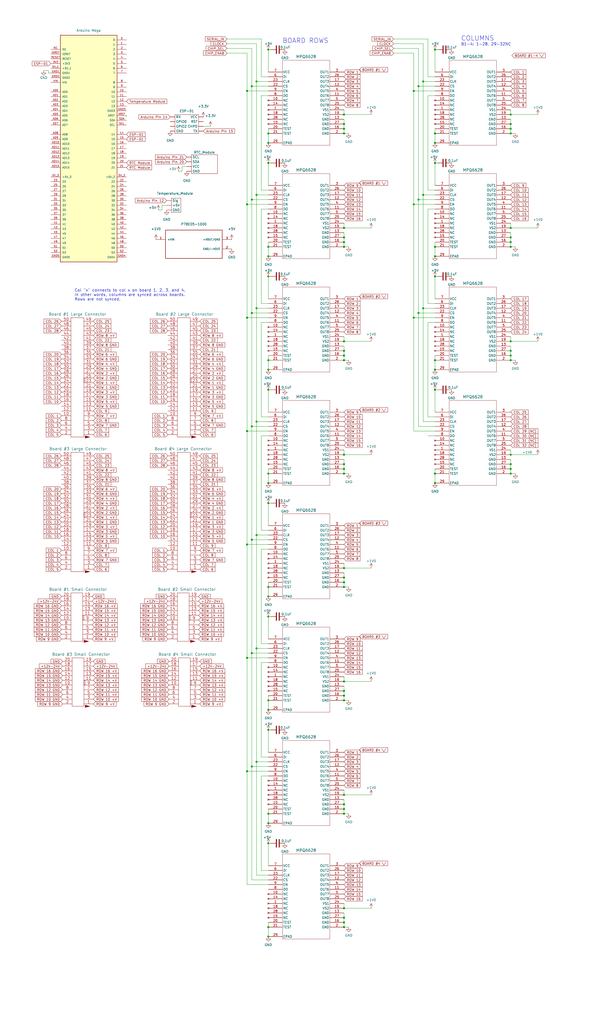
<source format=kicad_sch>
(kicad_sch (version 20230121) (generator eeschema)
  (paper "User" 324.993 550.012)
  (title_block (title "Luminator 16x112 Driver Board") (date "2021-12-20") (rev "1.2") (company "Designed by: Tyler Bowers"))
  (junction (at 144.145 376.555))
  (junction (at 233.68 87.63))
  (junction (at 227.33 165.735))
  (junction (at 274.32 132.715))
  (junction (at 274.32 61.595))
  (junction (at 184.785 66.675))
  (junction (at 222.25 109.855))
  (junction (at 132.715 292.735))
  (junction (at 274.32 69.215))
  (junction (at 274.32 130.175))
  (junction (at 184.785 366.395))
  (junction (at 274.32 122.555))
  (junction (at 144.145 76.835))
  (junction (at 135.255 229.235))
  (junction (at 274.32 244.475))
  (junction (at 274.32 249.555))
  (junction (at 184.785 371.475))
  (junction (at 137.795 226.695))
  (junction (at 184.785 493.395))
  (junction (at 144.145 315.595))
  (junction (at 184.785 310.515))
  (junction (at 144.145 148.59))
  (junction (at 274.32 252.095))
  (junction (at 184.785 495.935))
  (junction (at 184.785 249.555))
  (junction (at 184.785 376.555))
  (junction (at 144.145 453.39))
  (junction (at 144.145 437.515))
  (junction (at 274.32 66.675))
  (junction (at 144.145 381.635))
  (junction (at 137.795 409.575))
  (junction (at 233.68 254.635))
  (junction (at 137.795 165.735))
  (junction (at 132.715 170.815))
  (junction (at 184.785 434.975))
  (junction (at 274.32 127.635))
  (junction (at 184.785 374.015))
  (junction (at 144.145 498.475))
  (junction (at 135.255 168.275))
  (junction (at 144.145 193.675))
  (junction (at 227.33 43.815))
  (junction (at 184.785 191.135))
  (junction (at 144.145 137.795))
  (junction (at 144.145 331.47))
  (junction (at 233.68 209.55))
  (junction (at 184.785 61.595))
  (junction (at 144.145 392.43))
  (junction (at 274.32 254.635))
  (junction (at 184.785 193.675))
  (junction (at 144.145 503.555))
  (junction (at 233.68 148.59))
  (junction (at 224.79 168.275))
  (junction (at 144.145 71.755))
  (junction (at 184.785 313.055))
  (junction (at 144.145 270.51))
  (junction (at 135.255 290.195))
  (junction (at 184.785 127.635))
  (junction (at 132.715 231.775))
  (junction (at 184.785 183.515))
  (junction (at 222.25 48.895))
  (junction (at 274.32 183.515))
  (junction (at 184.785 254.635))
  (junction (at 233.68 26.67))
  (junction (at 184.785 498.475))
  (junction (at 137.795 104.775))
  (junction (at 184.785 69.215))
  (junction (at 274.32 193.675))
  (junction (at 132.715 48.895))
  (junction (at 184.785 188.595))
  (junction (at 233.68 132.715))
  (junction (at 184.785 122.555))
  (junction (at 233.68 137.795))
  (junction (at 144.145 26.67))
  (junction (at 224.79 46.355))
  (junction (at 184.785 71.755))
  (junction (at 224.79 107.315))
  (junction (at 135.255 46.355))
  (junction (at 184.785 130.175))
  (junction (at 132.715 414.655))
  (junction (at 135.255 351.155))
  (junction (at 135.255 412.115))
  (junction (at 132.715 353.695))
  (junction (at 227.33 104.775))
  (junction (at 274.32 71.755))
  (junction (at 233.68 76.835))
  (junction (at 137.795 43.815))
  (junction (at 144.145 254.635))
  (junction (at 233.68 259.715))
  (junction (at 184.785 437.515))
  (junction (at 144.145 442.595))
  (junction (at 184.785 244.475))
  (junction (at 144.145 132.715))
  (junction (at 144.145 87.63))
  (junction (at 184.785 488.315))
  (junction (at 184.785 132.715))
  (junction (at 274.32 191.135))
  (junction (at 144.145 209.55))
  (junction (at 184.785 432.435))
  (junction (at 135.255 107.315))
  (junction (at 222.25 170.815))
  (junction (at 137.795 348.615))
  (junction (at 233.68 71.755))
  (junction (at 144.145 320.675))
  (junction (at 274.32 188.595))
  (junction (at 233.68 198.755))
  (junction (at 144.145 259.715))
  (junction (at 184.785 427.355))
  (junction (at 184.785 305.435))
  (junction (at 184.785 252.095))
  (junction (at 144.145 198.755))
  (junction (at 137.795 287.655))
  (junction (at 233.68 193.675))
  (junction (at 184.785 315.595))
  (junction (at 132.715 109.855))
  (wire (pts (xy 144.145 112.395) (xy 140.335 112.395)))
  (wire (pts (xy 137.795 43.815) (xy 144.145 43.815)))
  (wire (pts (xy 144.145 498.475) (xy 144.145 503.555)))
  (wire (pts (xy 144.145 412.115) (xy 135.255 412.115)))
  (wire (pts (xy 184.785 59.055) (xy 184.785 61.595)))
  (wire (pts (xy 233.68 41.275) (xy 229.87 41.275)))
  (wire (pts (xy 274.32 59.055) (xy 274.32 61.595)))
  (wire (pts (xy 132.715 170.815) (xy 144.145 170.815)))
  (wire (pts (xy 233.68 71.755) (xy 233.68 76.835)))
  (wire (pts (xy 227.33 165.735) (xy 227.33 226.695)))
  (wire (pts (xy 26.035 37.973) (xy 26.035 39.243)))
  (wire (pts (xy 97.79 89.535) (xy 100.33 89.535)))
  (wire (pts (xy 184.785 71.755) (xy 187.325 71.755)))
  (wire (pts (xy 184.785 132.715) (xy 187.325 132.715)))
  (wire (pts (xy 144.145 107.315) (xy 135.255 107.315)))
  (wire (pts (xy 86.995 112.903) (xy 86.995 110.363)))
  (wire (pts (xy 184.785 193.675) (xy 187.325 193.675)))
  (wire (pts (xy 184.785 252.095) (xy 184.785 254.635)))
  (wire (pts (xy 137.795 287.655) (xy 144.145 287.655)))
  (wire (pts (xy 233.68 254.635) (xy 233.68 259.715)))
  (wire (pts (xy 144.145 229.235) (xy 135.255 229.235)))
  (wire (pts (xy 211.455 28.575) (xy 222.25 28.575)))
  (wire (pts (xy 95.885 92.075) (xy 97.79 92.075)))
  (wire (pts (xy 274.32 252.095) (xy 274.32 254.635)))
  (wire (pts (xy 140.335 285.115) (xy 144.145 285.115)))
  (wire (pts (xy 184.785 310.515) (xy 184.785 313.055)))
  (wire (pts (xy 85.09 112.903) (xy 86.995 112.903)))
  (wire (pts (xy 222.25 231.775) (xy 233.68 231.775)))
  (wire (pts (xy 144.145 87.63) (xy 144.145 99.695)))
  (wire (pts (xy 137.795 287.655) (xy 137.795 348.615)))
  (wire (pts (xy 121.92 23.495) (xy 137.795 23.495)))
  (wire (pts (xy 274.32 247.015) (xy 274.32 249.555)))
  (wire (pts (xy 135.255 412.115) (xy 135.255 473.075)))
  (wire (pts (xy 222.25 170.815) (xy 222.25 231.775)))
  (wire (pts (xy 137.795 104.775) (xy 144.145 104.775)))
  (wire (pts (xy 229.87 112.395) (xy 229.87 163.195)))
  (wire (pts (xy 227.33 43.815) (xy 233.68 43.815)))
  (wire (pts (xy 233.68 51.435) (xy 229.87 51.435)))
  (wire (pts (xy 227.33 165.735) (xy 233.68 165.735)))
  (wire (pts (xy 233.68 168.275) (xy 224.79 168.275)))
  (wire (pts (xy 132.715 48.895) (xy 144.145 48.895)))
  (wire (pts (xy 144.145 173.355) (xy 140.335 173.355)))
  (wire (pts (xy 274.32 64.135) (xy 274.32 66.675)))
  (wire (pts (xy 184.785 376.555) (xy 187.325 376.555)))
  (wire (pts (xy 224.79 168.275) (xy 224.79 229.235)))
  (wire (pts (xy 144.145 374.015) (xy 144.145 376.555)))
  (wire (pts (xy 144.145 41.275) (xy 140.335 41.275)))
  (wire (pts (xy 184.785 66.675) (xy 184.785 69.215)))
  (wire (pts (xy 135.255 290.195) (xy 135.255 351.155)))
  (wire (pts (xy 233.68 229.235) (xy 224.79 229.235)))
  (wire (pts (xy 144.145 313.055) (xy 144.145 315.595)))
  (wire (pts (xy 144.145 224.155) (xy 140.335 224.155)))
  (wire (pts (xy 184.785 498.475) (xy 187.325 498.475)))
  (wire (pts (xy 274.32 120.015) (xy 274.32 122.555)))
  (wire (pts (xy 144.145 331.47) (xy 145.415 331.47)))
  (wire (pts (xy 184.785 130.175) (xy 184.785 132.715)))
  (wire (pts (xy 135.255 229.235) (xy 135.255 290.195)))
  (wire (pts (xy 274.32 69.215) (xy 274.32 71.755)))
  (wire (pts (xy 140.335 41.275) (xy 140.335 20.955)))
  (wire (pts (xy 274.32 188.595) (xy 274.32 191.135)))
  (wire (pts (xy 137.795 104.775) (xy 137.795 165.735)))
  (wire (pts (xy 184.785 432.435) (xy 184.785 434.975)))
  (wire (pts (xy 121.92 20.955) (xy 140.335 20.955)))
  (wire (pts (xy 274.32 244.475) (xy 288.925 244.475)))
  (wire (pts (xy 135.255 26.035) (xy 121.92 26.035)))
  (wire (pts (xy 274.32 125.095) (xy 274.32 127.635)))
  (wire (pts (xy 233.68 87.63) (xy 234.95 87.63)))
  (wire (pts (xy 26.035 39.243) (xy 27.305 39.243)))
  (wire (pts (xy 140.335 295.275) (xy 140.335 346.075)))
  (wire (pts (xy 274.32 249.555) (xy 274.32 252.095)))
  (wire (pts (xy 184.785 127.635) (xy 184.785 130.175)))
  (wire (pts (xy 184.785 488.315) (xy 199.39 488.315)))
  (wire (pts (xy 222.25 48.895) (xy 222.25 109.855)))
  (wire (pts (xy 222.25 48.895) (xy 233.68 48.895)))
  (wire (pts (xy 140.335 163.195) (xy 144.145 163.195)))
  (wire (pts (xy 233.68 193.675) (xy 233.68 198.755)))
  (wire (pts (xy 144.145 290.195) (xy 135.255 290.195)))
  (wire (pts (xy 144.145 254.635) (xy 144.145 259.715)))
  (wire (pts (xy 233.68 209.55) (xy 233.68 221.615)))
  (wire (pts (xy 274.32 132.715) (xy 276.86 132.715)))
  (wire (pts (xy 132.715 292.735) (xy 144.145 292.735)))
  (wire (pts (xy 144.145 356.235) (xy 140.335 356.235)))
  (wire (pts (xy 184.785 424.815) (xy 184.785 427.355)))
  (wire (pts (xy 211.455 23.495) (xy 227.33 23.495)))
  (wire (pts (xy 135.255 351.155) (xy 135.255 412.115)))
  (wire (pts (xy 144.145 376.555) (xy 144.145 381.635)))
  (wire (pts (xy 224.79 107.315) (xy 224.79 168.275)))
  (wire (pts (xy 233.68 148.59) (xy 233.68 160.655)))
  (wire (pts (xy 135.255 107.315) (xy 135.255 168.275)))
  (wire (pts (xy 274.32 241.935) (xy 274.32 244.475)))
  (wire (pts (xy 184.785 495.935) (xy 184.785 498.475)))
  (wire (pts (xy 184.785 302.895) (xy 184.785 305.435)))
  (wire (pts (xy 144.145 168.275) (xy 135.255 168.275)))
  (wire (pts (xy 233.68 26.67) (xy 233.68 38.735)))
  (wire (pts (xy 184.785 374.015) (xy 184.785 376.555)))
  (wire (pts (xy 132.715 475.615) (xy 144.145 475.615)))
  (wire (pts (xy 274.32 186.055) (xy 274.32 188.595)))
  (wire (pts (xy 184.785 368.935) (xy 184.785 371.475)))
  (wire (pts (xy 137.795 409.575) (xy 144.145 409.575)))
  (wire (pts (xy 144.145 417.195) (xy 140.335 417.195)))
  (wire (pts (xy 184.785 493.395) (xy 184.785 495.935)))
  (wire (pts (xy 184.785 429.895) (xy 184.785 432.435)))
  (wire (pts (xy 274.32 127.635) (xy 274.32 130.175)))
  (wire (pts (xy 144.145 270.51) (xy 145.415 270.51)))
  (wire (pts (xy 137.795 470.535) (xy 144.145 470.535)))
  (wire (pts (xy 184.785 122.555) (xy 199.39 122.555)))
  (wire (pts (xy 144.145 270.51) (xy 144.145 282.575)))
  (wire (pts (xy 233.68 234.315) (xy 229.87 234.315)))
  (wire (pts (xy 144.145 295.275) (xy 140.335 295.275)))
  (wire (pts (xy 144.145 209.55) (xy 144.145 221.615)))
  (wire (pts (xy 184.785 485.775) (xy 184.785 488.315)))
  (wire (pts (xy 140.335 407.035) (xy 144.145 407.035)))
  (wire (pts (xy 233.68 130.175) (xy 233.68 132.715)))
  (wire (pts (xy 233.68 209.55) (xy 234.95 209.55)))
  (wire (pts (xy 144.145 148.59) (xy 144.145 160.655)))
  (wire (pts (xy 233.68 173.355) (xy 229.87 173.355)))
  (wire (pts (xy 184.785 305.435) (xy 199.39 305.435)))
  (wire (pts (xy 184.785 69.215) (xy 184.785 71.755)))
  (wire (pts (xy 274.32 66.675) (xy 274.32 69.215)))
  (wire (pts (xy 144.145 392.43) (xy 145.415 392.43)))
  (wire (pts (xy 135.255 168.275) (xy 135.255 229.235)))
  (wire (pts (xy 229.87 173.355) (xy 229.87 224.155)))
  (wire (pts (xy 137.795 226.695) (xy 137.795 287.655)))
  (wire (pts (xy 97.79 92.075) (xy 97.79 89.535)))
  (wire (pts (xy 132.715 28.575) (xy 132.715 48.895)))
  (wire (pts (xy 132.715 170.815) (xy 132.715 231.775)))
  (wire (pts (xy 140.335 234.315) (xy 140.335 285.115)))
  (wire (pts (xy 184.785 186.055) (xy 184.785 188.595)))
  (wire (pts (xy 144.145 234.315) (xy 140.335 234.315)))
  (wire (pts (xy 137.795 226.695) (xy 144.145 226.695)))
  (wire (pts (xy 233.68 69.215) (xy 233.68 71.755)))
  (wire (pts (xy 144.145 315.595) (xy 144.145 320.675)))
  (wire (pts (xy 184.785 125.095) (xy 184.785 127.635)))
  (wire (pts (xy 144.145 26.67) (xy 144.145 38.735)))
  (wire (pts (xy 224.79 26.035) (xy 211.455 26.035)))
  (wire (pts (xy 184.785 188.595) (xy 184.785 191.135)))
  (wire (pts (xy 144.145 130.175) (xy 144.145 132.715)))
  (wire (pts (xy 144.145 193.675) (xy 144.145 198.755)))
  (wire (pts (xy 137.795 409.575) (xy 137.795 470.535)))
  (wire (pts (xy 184.785 61.595) (xy 199.39 61.595)))
  (wire (pts (xy 144.145 26.67) (xy 145.415 26.67)))
  (wire (pts (xy 132.715 292.735) (xy 132.715 353.695)))
  (wire (pts (xy 144.145 495.935) (xy 144.145 498.475)))
  (wire (pts (xy 274.32 180.975) (xy 274.32 183.515)))
  (wire (pts (xy 233.68 148.59) (xy 234.95 148.59)))
  (wire (pts (xy 86.995 110.363) (xy 89.535 110.363)))
  (wire (pts (xy 227.33 226.695) (xy 233.68 226.695)))
  (wire (pts (xy 184.785 427.355) (xy 199.39 427.355)))
  (wire (pts (xy 121.92 28.575) (xy 132.715 28.575)))
  (wire (pts (xy 144.145 51.435) (xy 140.335 51.435)))
  (wire (pts (xy 140.335 112.395) (xy 140.335 163.195)))
  (wire (pts (xy 135.255 26.035) (xy 135.255 46.355)))
  (wire (pts (xy 233.68 107.315) (xy 224.79 107.315)))
  (wire (pts (xy 274.32 122.555) (xy 288.925 122.555)))
  (wire (pts (xy 144.145 351.155) (xy 135.255 351.155)))
  (wire (pts (xy 184.785 366.395) (xy 199.39 366.395)))
  (wire (pts (xy 184.785 434.975) (xy 184.785 437.515)))
  (wire (pts (xy 144.145 148.59) (xy 145.415 148.59)))
  (wire (pts (xy 233.68 87.63) (xy 233.68 99.695)))
  (wire (pts (xy 274.32 191.135) (xy 274.32 193.675)))
  (wire (pts (xy 140.335 51.435) (xy 140.335 102.235)))
  (wire (pts (xy 184.785 241.935) (xy 184.785 244.475)))
  (wire (pts (xy 137.795 165.735) (xy 144.145 165.735)))
  (wire (pts (xy 184.785 307.975) (xy 184.785 310.515)))
  (wire (pts (xy 274.32 183.515) (xy 288.925 183.515)))
  (wire (pts (xy 184.785 315.595) (xy 187.325 315.595)))
  (wire (pts (xy 144.145 191.135) (xy 144.145 193.675)))
  (wire (pts (xy 144.145 434.975) (xy 144.145 437.515)))
  (wire (pts (xy 222.25 170.815) (xy 233.68 170.815)))
  (wire (pts (xy 229.87 51.435) (xy 229.87 102.235)))
  (wire (pts (xy 229.87 163.195) (xy 233.68 163.195)))
  (wire (pts (xy 137.795 43.815) (xy 137.795 104.775)))
  (wire (pts (xy 184.785 363.855) (xy 184.785 366.395)))
  (wire (pts (xy 132.715 231.775) (xy 132.715 292.735)))
  (wire (pts (xy 222.25 109.855) (xy 233.68 109.855)))
  (wire (pts (xy 137.795 23.495) (xy 137.795 43.815)))
  (wire (pts (xy 144.145 132.715) (xy 144.145 137.795)))
  (wire (pts (xy 132.715 109.855) (xy 144.145 109.855)))
  (wire (pts (xy 184.785 191.135) (xy 184.785 193.675)))
  (wire (pts (xy 274.32 130.175) (xy 274.32 132.715)))
  (wire (pts (xy 137.795 165.735) (xy 137.795 226.695)))
  (wire (pts (xy 274.32 61.595) (xy 288.925 61.595)))
  (wire (pts (xy 144.145 252.095) (xy 144.145 254.635)))
  (wire (pts (xy 144.145 102.235) (xy 140.335 102.235)))
  (wire (pts (xy 144.145 437.515) (xy 144.145 442.595)))
  (wire (pts (xy 67.945 62.992) (xy 67.945 62.103)))
  (wire (pts (xy 229.87 41.275) (xy 229.87 20.955)))
  (wire (pts (xy 274.32 193.675) (xy 276.86 193.675)))
  (wire (pts (xy 144.145 46.355) (xy 135.255 46.355)))
  (wire (pts (xy 132.715 353.695) (xy 132.715 414.655)))
  (wire (pts (xy 184.785 249.555) (xy 184.785 252.095)))
  (wire (pts (xy 144.145 346.075) (xy 140.335 346.075)))
  (wire (pts (xy 233.68 26.67) (xy 234.95 26.67)))
  (wire (pts (xy 233.68 132.715) (xy 233.68 137.795)))
  (wire (pts (xy 184.785 247.015) (xy 184.785 249.555)))
  (wire (pts (xy 144.145 473.075) (xy 135.255 473.075)))
  (wire (pts (xy 211.455 20.955) (xy 229.87 20.955)))
  (wire (pts (xy 224.79 46.355) (xy 224.79 107.315)))
  (wire (pts (xy 184.785 183.515) (xy 199.39 183.515)))
  (wire (pts (xy 144.145 87.63) (xy 145.415 87.63)))
  (wire (pts (xy 224.79 26.035) (xy 224.79 46.355)))
  (wire (pts (xy 132.715 231.775) (xy 144.145 231.775)))
  (wire (pts (xy 233.68 252.095) (xy 233.68 254.635)))
  (wire (pts (xy 144.145 453.39) (xy 145.415 453.39)))
  (wire (pts (xy 137.795 348.615) (xy 137.795 409.575)))
  (wire (pts (xy 184.785 120.015) (xy 184.785 122.555)))
  (wire (pts (xy 144.145 392.43) (xy 144.145 404.495)))
  (wire (pts (xy 227.33 104.775) (xy 227.33 165.735)))
  (wire (pts (xy 274.32 254.635) (xy 276.86 254.635)))
  (wire (pts (xy 144.145 69.215) (xy 144.145 71.755)))
  (wire (pts (xy 132.715 414.655) (xy 144.145 414.655)))
  (wire (pts (xy 222.25 28.575) (xy 222.25 48.895)))
  (wire (pts (xy 233.68 46.355) (xy 224.79 46.355)))
  (wire (pts (xy 184.785 64.135) (xy 184.785 66.675)))
  (wire (pts (xy 140.335 173.355) (xy 140.335 224.155)))
  (wire (pts (xy 109.22 67.945) (xy 113.03 67.945)))
  (wire (pts (xy 144.145 209.55) (xy 145.415 209.55)))
  (wire (pts (xy 184.785 180.975) (xy 184.785 183.515)))
  (wire (pts (xy 233.68 112.395) (xy 229.87 112.395)))
  (wire (pts (xy 132.715 48.895) (xy 132.715 109.855)))
  (wire (pts (xy 184.785 254.635) (xy 187.325 254.635)))
  (wire (pts (xy 132.715 353.695) (xy 144.145 353.695)))
  (wire (pts (xy 23.495 37.973) (xy 26.035 37.973)))
  (wire (pts (xy 274.32 71.755) (xy 276.86 71.755)))
  (wire (pts (xy 227.33 23.495) (xy 227.33 43.815)))
  (wire (pts (xy 184.785 371.475) (xy 184.785 374.015)))
  (wire (pts (xy 144.145 453.39) (xy 144.145 465.455)))
  (wire (pts (xy 227.33 43.815) (xy 227.33 104.775)))
  (wire (pts (xy 233.68 191.135) (xy 233.68 193.675)))
  (wire (pts (xy 184.785 437.515) (xy 187.325 437.515)))
  (wire (pts (xy 144.145 331.47) (xy 144.145 343.535)))
  (wire (pts (xy 184.785 313.055) (xy 184.785 315.595)))
  (wire (pts (xy 135.255 46.355) (xy 135.255 107.315)))
  (wire (pts (xy 184.785 244.475) (xy 199.39 244.475)))
  (wire (pts (xy 132.715 109.855) (xy 132.715 170.815)))
  (wire (pts (xy 233.68 224.155) (xy 229.87 224.155)))
  (wire (pts (xy 144.145 71.755) (xy 144.145 76.835)))
  (wire (pts (xy 233.68 102.235) (xy 229.87 102.235)))
  (wire (pts (xy 184.785 490.855) (xy 184.785 493.395)))
  (wire (pts (xy 227.33 104.775) (xy 233.68 104.775)))
  (wire (pts (xy 140.335 417.195) (xy 140.335 467.995)))
  (wire (pts (xy 132.715 414.655) (xy 132.715 475.615)))
  (wire (pts (xy 144.145 467.995) (xy 140.335 467.995)))
  (wire (pts (xy 137.795 348.615) (xy 144.145 348.615)))
  (wire (pts (xy 222.25 109.855) (xy 222.25 170.815)))
  (wire (pts (xy 140.335 356.235) (xy 140.335 407.035)))
  (text "Col \"x\" connects to col x on board 1, 2, 3, and 4.\nIn other words, columns are synced across boards.\nRows are not synced." (at 40.005 161.925 0) (effects (font (size 1.5 1.5)) (justify left bottom)))
  (text "B1-4: 1-28, 29-32NC " (at 247.65 24.765 0) (effects (font (size 1.5 1.5)) (justify left bottom)))
  (text "BOARD ROWS" (at 151.765 23.495 0) (effects (font (size 2.5 2.5)) (justify left bottom)))
  (text "COLUMNS" (at 247.65 22.225 0) (effects (font (size 2.5 2.5)) (justify left bottom)))
  (global_label "ROW 16 +V" (shape input) (at 107.315 360.68 0) (property "Intersheetrefs" "${INTERSHEET_REFS}" (effects hide)))
  (global_label "COL 13" (shape input) (at 33.02 208.28 180) (property "Intersheetrefs" "${INTERSHEET_REFS}" (effects hide)))
  (global_label "ROW 7" (shape input) (at 184.785 53.975 0) (property "Intersheetrefs" "${INTERSHEET_REFS}" (effects hide)))
  (global_label "Temperature Module" (shape input) (at 67.945 54.483 0) (property "Intersheetrefs" "${INTERSHEET_REFS}" (effects hide)))
  (global_label "ROW 3 +V" (shape input) (at 50.165 210.82 0) (property "Intersheetrefs" "${INTERSHEET_REFS}" (effects hide)))
  (global_label "ROW 2 GND" (shape input) (at 107.315 203.2 0) (property "Intersheetrefs" "${INTERSHEET_REFS}" (effects hide)))
  (global_label "+12V-24V" (shape input) (at 106.68 323.215 0) (property "Intersheetrefs" "${INTERSHEET_REFS}" (effects hide)))
  (global_label "COL 26" (shape input) (at 33.02 172.72 180) (property "Intersheetrefs" "${INTERSHEET_REFS}" (effects hide)))
  (global_label "ROW 2" (shape input) (at 184.785 163.195 0) (property "Intersheetrefs" "${INTERSHEET_REFS}" (effects hide)))
  (global_label "ROW 2 +V" (shape input) (at 107.315 273.05 0) (property "Intersheetrefs" "${INTERSHEET_REFS}" (effects hide)))
  (global_label "COL 19" (shape input) (at 274.32 165.735 0) (property "Intersheetrefs" "${INTERSHEET_REFS}" (effects hide)))
  (global_label "ROW 6" (shape input) (at 184.785 51.435 0) (property "Intersheetrefs" "${INTERSHEET_REFS}" (effects hide)))
  (global_label "COL 16" (shape input) (at 90.17 200.66 180) (property "Intersheetrefs" "${INTERSHEET_REFS}" (effects hide)))
  (global_label "COL 11" (shape input) (at 33.02 285.75 180) (property "Intersheetrefs" "${INTERSHEET_REFS}" (effects hide)))
  (global_label "ROW 2 GND" (shape input) (at 50.165 275.59 0) (property "Intersheetrefs" "${INTERSHEET_REFS}" (effects hide)))
  (global_label "ROW 14 +V" (shape input) (at 106.68 330.835 0) (property "Intersheetrefs" "${INTERSHEET_REFS}" (effects hide)))
  (global_label "ROW 13" (shape input) (at 184.785 475.615 0) (property "Intersheetrefs" "${INTERSHEET_REFS}" (effects hide)))
  (global_label "ROW 15 +V" (shape input) (at 50.165 363.22 0) (property "Intersheetrefs" "${INTERSHEET_REFS}" (effects hide)))
  (global_label "COL 7" (shape input) (at 50.165 231.14 0) (property "Intersheetrefs" "${INTERSHEET_REFS}" (effects hide)))
  (global_label "COL 15" (shape input) (at 33.02 203.2 180) (property "Intersheetrefs" "${INTERSHEET_REFS}" (effects hide)))
  (global_label "COL 10" (shape input) (at 90.17 288.29 180) (property "Intersheetrefs" "${INTERSHEET_REFS}" (effects hide)))
  (global_label "COL 25" (shape input) (at 50.165 245.11 0) (property "Intersheetrefs" "${INTERSHEET_REFS}" (effects hide)))
  (global_label "+12V-24V" (shape input) (at 33.02 323.215 180) (property "Intersheetrefs" "${INTERSHEET_REFS}" (effects hide)))
  (global_label "COL 5" (shape input) (at 33.02 306.07 180) (property "Intersheetrefs" "${INTERSHEET_REFS}" (effects hide)))
  (global_label "ROW 2 +V" (shape input) (at 50.165 273.05 0) (property "Intersheetrefs" "${INTERSHEET_REFS}" (effects hide)))
  (global_label "COL 27" (shape input) (at 33.02 175.26 180) (property "Intersheetrefs" "${INTERSHEET_REFS}" (effects hide)))
  (global_label "ROW 8 GND" (shape input) (at 50.165 185.42 0) (property "Intersheetrefs" "${INTERSHEET_REFS}" (effects hide)))
  (global_label "ROW 1 GND" (shape input) (at 107.315 280.67 0) (property "Intersheetrefs" "${INTERSHEET_REFS}" (effects hide)))
  (global_label "Arduino Pin 14" (shape input) (at 91.44 62.865 180) (property "Intersheetrefs" "${INTERSHEET_REFS}" (effects hide)))
  (global_label "ROW 1" (shape input) (at 184.785 160.655 0) (property "Intersheetrefs" "${INTERSHEET_REFS}" (effects hide)))
  (global_label "COL 15" (shape input) (at 274.32 114.935 0) (property "Intersheetrefs" "${INTERSHEET_REFS}" (effects hide)))
  (global_label "COL 18" (shape input) (at 274.32 163.195 0) (property "Intersheetrefs" "${INTERSHEET_REFS}" (effects hide)))
  (global_label "ROW 14 GND" (shape input) (at 90.805 365.76 180) (property "Intersheetrefs" "${INTERSHEET_REFS}" (effects hide)))
  (global_label "ROW 5 GND" (shape input) (at 50.165 290.83 0) (property "Intersheetrefs" "${INTERSHEET_REFS}" (effects hide)))
  (global_label "COL 24" (shape input) (at 50.165 247.65 0) (property "Intersheetrefs" "${INTERSHEET_REFS}" (effects hide)))
  (global_label "ROW 9" (shape input) (at 184.785 343.535 0) (property "Intersheetrefs" "${INTERSHEET_REFS}" (effects hide)))
  (global_label "ROW 12 GND" (shape input) (at 90.805 370.84 180) (property "Intersheetrefs" "${INTERSHEET_REFS}" (effects hide)))
  (global_label "ROW 12 +V" (shape input) (at 106.68 335.915 0) (property "Intersheetrefs" "${INTERSHEET_REFS}" (effects hide)))
  (global_label "COL 6" (shape input) (at 107.315 233.68 0) (property "Intersheetrefs" "${INTERSHEET_REFS}" (effects hide)))
  (global_label "+12V-24V" (shape input) (at 90.17 323.215 180) (property "Intersheetrefs" "${INTERSHEET_REFS}" (effects hide)))
  (global_label "ROW 3 GND" (shape input) (at 50.165 285.75 0) (property "Intersheetrefs" "${INTERSHEET_REFS}" (effects hide)))
  (global_label "ROW 10 +V" (shape input) (at 50.165 375.92 0) (property "Intersheetrefs" "${INTERSHEET_REFS}" (effects hide)))
  (global_label "COL 21" (shape input) (at 107.315 187.96 0) (property "Intersheetrefs" "${INTERSHEET_REFS}" (effects hide)))
  (global_label "ROW 8" (shape input) (at 184.785 422.275 0) (property "Intersheetrefs" "${INTERSHEET_REFS}" (effects hide)))
  (global_label "COL 27" (shape input) (at 90.17 247.65 180) (property "Intersheetrefs" "${INTERSHEET_REFS}" (effects hide)))
  (global_label "ROW 5 GND" (shape input) (at 50.165 218.44 0) (property "Intersheetrefs" "${INTERSHEET_REFS}" (effects hide)))
  (global_label "ROW 6 GND" (shape input) (at 107.315 193.04 0) (property "Intersheetrefs" "${INTERSHEET_REFS}" (effects hide)))
  (global_label "COL 17" (shape input) (at 33.02 270.51 180) (property "Intersheetrefs" "${INTERSHEET_REFS}" (effects hide)))
  (global_label "ROW 8" (shape input) (at 184.785 300.355 0) (property "Intersheetrefs" "${INTERSHEET_REFS}" (effects hide)))
  (global_label "ROW 16" (shape input) (at 184.785 483.235 0) (property "Intersheetrefs" "${INTERSHEET_REFS}" (effects hide)))
  (global_label "ROW 16 GND" (shape input) (at 90.805 360.68 180) (property "Intersheetrefs" "${INTERSHEET_REFS}" (effects hide)))
  (global_label "GND" (shape input) (at 106.68 320.675 0) (property "Intersheetrefs" "${INTERSHEET_REFS}" (effects hide)))
  (global_label "COL 16" (shape input) (at 33.02 200.66 180) (property "Intersheetrefs" "${INTERSHEET_REFS}" (effects hide)))
  (global_label "ROW 11 +V" (shape input) (at 106.68 338.455 0) (property "Intersheetrefs" "${INTERSHEET_REFS}" (effects hide)))
  (global_label "ROW 4 GND" (shape input) (at 50.165 198.12 0) (property "Intersheetrefs" "${INTERSHEET_REFS}" (effects hide)))
  (global_label "COL 8" (shape input) (at 50.165 226.06 0) (property "Intersheetrefs" "${INTERSHEET_REFS}" (effects hide)))
  (global_label "ROW 13 +V" (shape input) (at 106.68 333.375 0) (property "Intersheetrefs" "${INTERSHEET_REFS}" (effects hide)))
  (global_label "ROW 13" (shape input) (at 184.785 353.695 0) (property "Intersheetrefs" "${INTERSHEET_REFS}" (effects hide)))
  (global_label "ROW 3 +V" (shape input) (at 107.315 283.21 0) (property "Intersheetrefs" "${INTERSHEET_REFS}" (effects hide)))
  (global_label "ESP-01" (shape input) (at 67.945 74.803 0) (property "Intersheetrefs" "${INTERSHEET_REFS}" (effects hide)))
  (global_label "COL 23" (shape input) (at 274.32 175.895 0) (property "Intersheetrefs" "${INTERSHEET_REFS}" (effects hide)))
  (global_label "COL 28" (shape input) (at 90.17 177.8 180) (property "Intersheetrefs" "${INTERSHEET_REFS}" (effects hide)))
  (global_label "ROW 13" (shape input) (at 184.785 231.775 0) (property "Intersheetrefs" "${INTERSHEET_REFS}" (effects hide)))
  (global_label "ROW 3 GND" (shape input) (at 107.315 285.75 0) (property "Intersheetrefs" "${INTERSHEET_REFS}" (effects hide)))
  (global_label "COL 4" (shape input) (at 274.32 46.355 0) (property "Intersheetrefs" "${INTERSHEET_REFS}" (effects hide)))
  (global_label "ROW 1" (shape input) (at 184.785 282.575 0) (property "Intersheetrefs" "${INTERSHEET_REFS}" (effects hide)))
  (global_label "CHIP_ENAB" (shape input) (at 211.455 28.575 180) (property "Intersheetrefs" "${INTERSHEET_REFS}" (effects hide)))
  (global_label "ROW 15 GND" (shape input) (at 33.02 328.295 180) (property "Intersheetrefs" "${INTERSHEET_REFS}" (effects hide)))
  (global_label "ROW 4" (shape input) (at 184.785 168.275 0) (property "Intersheetrefs" "${INTERSHEET_REFS}" (effects hide)))
  (global_label "ROW 13 +V" (shape input) (at 107.315 368.3 0) (property "Intersheetrefs" "${INTERSHEET_REFS}" (effects hide)))
  (global_label "ROW 1 +V" (shape input) (at 107.315 278.13 0) (property "Intersheetrefs" "${INTERSHEET_REFS}" (effects hide)))
  (global_label "+12V-24V" (shape input) (at 90.805 358.14 180) (property "Intersheetrefs" "${INTERSHEET_REFS}" (effects hide)))
  (global_label "ROW 2 GND" (shape input) (at 50.165 203.2 0) (property "Intersheetrefs" "${INTERSHEET_REFS}" (effects hide)))
  (global_label "ROW 10 +V" (shape input) (at 49.53 340.995 0) (property "Intersheetrefs" "${INTERSHEET_REFS}" (effects hide)))
  (global_label "ROW 12" (shape input) (at 184.785 107.315 0) (property "Intersheetrefs" "${INTERSHEET_REFS}" (effects hide)))
  (global_label "ROW 10" (shape input) (at 184.785 102.235 0) (property "Intersheetrefs" "${INTERSHEET_REFS}" (effects hide)))
  (global_label "COL 21" (shape input) (at 107.315 260.35 0) (property "Intersheetrefs" "${INTERSHEET_REFS}" (effects hide)))
  (global_label "ROW 14 GND" (shape input) (at 90.17 330.835 180) (property "Intersheetrefs" "${INTERSHEET_REFS}" (effects hide)))
  (global_label "ROW 6 +V" (shape input) (at 107.315 190.5 0) (property "Intersheetrefs" "${INTERSHEET_REFS}" (effects hide)))
  (global_label "COL 17" (shape input) (at 33.02 198.12 180) (property "Intersheetrefs" "${INTERSHEET_REFS}" (effects hide)))
  (global_label "ROW 9 GND" (shape input) (at 90.17 343.535 180) (property "Intersheetrefs" "${INTERSHEET_REFS}" (effects hide)))
  (global_label "ROW 16 GND" (shape input) (at 33.02 325.755 180) (property "Intersheetrefs" "${INTERSHEET_REFS}" (effects hide)))
  (global_label "ROW 1" (shape input) (at 184.785 38.735 0) (property "Intersheetrefs" "${INTERSHEET_REFS}" (effects hide)))
  (global_label "COL 14" (shape input) (at 90.17 278.13 180) (property "Intersheetrefs" "${INTERSHEET_REFS}" (effects hide)))
  (global_label "ROW 9 GND" (shape input) (at 33.655 378.46 180) (property "Intersheetrefs" "${INTERSHEET_REFS}" (effects hide)))
  (global_label "ROW 11 +V" (shape input) (at 107.315 373.38 0) (property "Intersheetrefs" "${INTERSHEET_REFS}" (effects hide)))
  (global_label "ROW 3" (shape input) (at 184.785 287.655 0) (property "Intersheetrefs" "${INTERSHEET_REFS}" (effects hide)))
  (global_label "+12V-24V" (shape input) (at 107.315 358.14 0) (property "Intersheetrefs" "${INTERSHEET_REFS}" (effects hide)))
  (global_label "COL 13" (shape input) (at 90.17 208.28 180) (property "Intersheetrefs" "${INTERSHEET_REFS}" (effects hide)))
  (global_label "COL 23" (shape input) (at 107.315 250.19 0) (property "Intersheetrefs" "${INTERSHEET_REFS}" (effects hide)))
  (global_label "ROW 15 +V" (shape input) (at 107.315 363.22 0) (property "Intersheetrefs" "${INTERSHEET_REFS}" (effects hide)))
  (global_label "GND" (shape input) (at 90.17 320.675 180) (property "Intersheetrefs" "${INTERSHEET_REFS}" (effects hide)))
  (global_label "COL 5" (shape input) (at 33.02 233.68 180) (property "Intersheetrefs" "${INTERSHEET_REFS}" (effects hide)))
  (global_label "COL 3" (shape input) (at 90.17 228.6 180) (property "Intersheetrefs" "${INTERSHEET_REFS}" (effects hide)))
  (global_label "ROW 9 +V" (shape input) (at 106.68 343.535 0) (property "Intersheetrefs" "${INTERSHEET_REFS}" (effects hide)))
  (global_label "ROW 1 GND" (shape input) (at 50.165 208.28 0) (property "Intersheetrefs" "${INTERSHEET_REFS}" (effects hide)))
  (global_label "COL 16" (shape input) (at 90.17 273.05 180) (property "Intersheetrefs" "${INTERSHEET_REFS}" (effects hide)))
  (global_label "ROW 13 GND" (shape input) (at 90.805 368.3 180) (property "Intersheetrefs" "${INTERSHEET_REFS}" (effects hide)))
  (global_label "COL 21" (shape input) (at 50.165 260.35 0) (property "Intersheetrefs" "${INTERSHEET_REFS}" (effects hide)))
  (global_label "COL 9" (shape input) (at 107.315 293.37 0) (property "Intersheetrefs" "${INTERSHEET_REFS}" (effects hide)))
  (global_label "RTC Module" (shape input) (at 67.945 87.503 0) (property "Intersheetrefs" "${INTERSHEET_REFS}" (effects hide)))
  (global_label "BOARD #1 \\{slash}" (shape input) (at 193.04 37.465 0) (property "Intersheetrefs" "${INTERSHEET_REFS}" (effects hide)))
  (global_label "COL 28" (shape input) (at 90.17 250.19 180) (property "Intersheetrefs" "${INTERSHEET_REFS}" (effects hide)))
  (global_label "ROW 11 GND" (shape input) (at 90.805 373.38 180) (property "Intersheetrefs" "${INTERSHEET_REFS}" (effects hide)))
  (global_label "COL 4" (shape input) (at 33.02 303.53 180) (property "Intersheetrefs" "${INTERSHEET_REFS}" (effects hide)))
  (global_label "BOARD #3 \\{slash}" (shape input) (at 193.04 281.305 0) (property "Intersheetrefs" "${INTERSHEET_REFS}" (effects hide)))
  (global_label "CHIP_SEL" (shape input) (at 121.92 26.035 180) (property "Intersheetrefs" "${INTERSHEET_REFS}" (effects hide)))
  (global_label "ESP-01" (shape input) (at 27.305 34.163 180) (property "Intersheetrefs" "${INTERSHEET_REFS}" (effects hide)))
  (global_label "ROW 10" (shape input) (at 184.785 224.155 0) (property "Intersheetrefs" "${INTERSHEET_REFS}" (effects hide)))
  (global_label "COL 2" (shape input) (at 33.02 298.45 180) (property "Intersheetrefs" "${INTERSHEET_REFS}" (effects hide)))
  (global_label "COL 28" (shape input) (at 33.02 250.19 180) (property "Intersheetrefs" "${INTERSHEET_REFS}" (effects hide)))
  (global_label "COL 13" (shape input) (at 90.17 280.67 180) (property "Intersheetrefs" "${INTERSHEET_REFS}" (effects hide)))
  (global_label "COL 11" (shape input) (at 274.32 104.775 0) (property "Intersheetrefs" "${INTERSHEET_REFS}" (effects hide)))
  (global_label "CLOCK" (shape input) (at 121.92 23.495 180) (property "Intersheetrefs" "${INTERSHEET_REFS}" (effects hide)))
  (global_label "ROW 12 GND" (shape input) (at 33.655 370.84 180) (property "Intersheetrefs" "${INTERSHEET_REFS}" (effects hide)))
  (global_label "COL 27" (shape input) (at 33.02 247.65 180) (property "Intersheetrefs" "${INTERSHEET_REFS}" (effects hide)))
  (global_label "COL 23" (shape input) (at 107.315 177.8 0) (property "Intersheetrefs" "${INTERSHEET_REFS}" (effects hide)))
  (global_label "COL 17" (shape input) (at 274.32 160.655 0) (property "Intersheetrefs" "${INTERSHEET_REFS}" (effects hide)))
  (global_label "BOARD #1-4 \\{slash}" (shape input) (at 274.955 29.845 0) (property "Intersheetrefs" "${INTERSHEET_REFS}" (effects hide)))
  (global_label "COL 30 (NC)" (shape input) (at 274.32 234.315 0) (property "Intersheetrefs" "${INTERSHEET_REFS}" (effects hide)))
  (global_label "ROW 10 +V" (shape input) (at 107.315 375.92 0) (property "Intersheetrefs" "${INTERSHEET_REFS}" (effects hide)))
  (global_label "ROW 4 GND" (shape input) (at 50.165 270.51 0) (property "Intersheetrefs" "${INTERSHEET_REFS}" (effects hide)))
  (global_label "CLOCK" (shape input) (at 211.455 23.495 180) (property "Intersheetrefs" "${INTERSHEET_REFS}" (effects hide)))
  (global_label "ROW 6 GND" (shape input) (at 50.165 193.04 0) (property "Intersheetrefs" "${INTERSHEET_REFS}" (effects hide)))
  (global_label "ROW 4 +V" (shape input) (at 50.165 267.97 0) (property "Intersheetrefs" "${INTERSHEET_REFS}" (effects hide)))
  (global_label "ROW 13 GND" (shape input) (at 33.655 368.3 180) (property "Intersheetrefs" "${INTERSHEET_REFS}" (effects hide)))
  (global_label "ROW 8 +V" (shape input) (at 107.315 180.34 0) (property "Intersheetrefs" "${INTERSHEET_REFS}" (effects hide)))
  (global_label "COL 16" (shape input) (at 33.02 273.05 180) (property "Intersheetrefs" "${INTERSHEET_REFS}" (effects hide)))
  (global_label "ROW 1 GND" (shape input) (at 50.165 280.67 0) (property "Intersheetrefs" "${INTERSHEET_REFS}" (effects hide)))
  (global_label "ROW 12 +V" (shape input) (at 50.165 370.84 0) (property "Intersheetrefs" "${INTERSHEET_REFS}" (effects hide)))
  (global_label "ROW 13 +V" (shape input) (at 49.53 333.375 0) (property "Intersheetrefs" "${INTERSHEET_REFS}" (effects hide)))
  (global_label "ROW 5" (shape input) (at 184.785 170.815 0) (property "Intersheetrefs" "${INTERSHEET_REFS}" (effects hide)))
  (global_label "ROW 7 +V" (shape input) (at 107.315 223.52 0) (property "Intersheetrefs" "${INTERSHEET_REFS}" (effects hide)))
  (global_label "ROW 12" (shape input) (at 184.785 351.155 0) (property "Intersheetrefs" "${INTERSHEET_REFS}" (effects hide)))
  (global_label "CHIP_ENAB" (shape input) (at 121.92 28.575 180) (property "Intersheetrefs" "${INTERSHEET_REFS}" (effects hide)))
  (global_label "ROW 15 GND" (shape input) (at 33.655 363.22 180) (property "Intersheetrefs" "${INTERSHEET_REFS}" (effects hide)))
  (global_label "ROW 13 GND" (shape input) (at 90.17 333.375 180) (property "Intersheetrefs" "${INTERSHEET_REFS}" (effects hide)))
  (global_label "ROW 11" (shape input) (at 184.785 470.535 0) (property "Intersheetrefs" "${INTERSHEET_REFS}" (effects hide)))
  (global_label "ROW 7 +V" (shape input) (at 50.165 295.91 0) (property "Intersheetrefs" "${INTERSHEET_REFS}" (effects hide)))
  (global_label "ROW 12 GND" (shape input) (at 90.17 335.915 180) (property "Intersheetrefs" "${INTERSHEET_REFS}" (effects hide)))
  (global_label "ROW 7 +V" (shape input) (at 50.165 223.52 0) (property "Intersheetrefs" "${INTERSHEET_REFS}" (effects hide)))
  (global_label "COL 17" (shape input) (at 90.17 198.12 180) (property "Intersheetrefs" "${INTERSHEET_REFS}" (effects hide)))
  (global_label "COL 5" (shape input) (at 274.32 48.895 0) (property "Intersheetrefs" "${INTERSHEET_REFS}" (effects hide)))
  (global_label "COL 19" (shape input) (at 33.02 265.43 180) (property "Intersheetrefs" "${INTERSHEET_REFS}" (effects hide)))
  (global_label "ROW 15 +V" (shape input) (at 106.68 328.295 0) (property "Intersheetrefs" "${INTERSHEET_REFS}" (effects hide)))
  (global_label "ROW 11 +V" (shape input) (at 49.53 338.455 0) (property "Intersheetrefs" "${INTERSHEET_REFS}" (effects hide)))
  (global_label "COL 3" (shape input) (at 33.02 228.6 180) (property "Intersheetrefs" "${INTERSHEET_REFS}" (effects hide)))
  (global_label "COL 9" (shape input) (at 50.165 293.37 0) (property "Intersheetrefs" "${INTERSHEET_REFS}" (effects hide)))
  (global_label "COL 27" (shape input) (at 90.17 175.26 180) (property "Intersheetrefs" "${INTERSHEET_REFS}" (effects hide)))
  (global_label "ROW 9" (shape input) (at 184.785 465.455 0) (property "Intersheetrefs" "${INTERSHEET_REFS}" (effects hide)))
  (global_label "ROW 5 +V" (shape input) (at 107.315 215.9 0) (property "Intersheetrefs" "${INTERSHEET_REFS}" (effects hide)))
  (global_label "ROW 16 +V" (shape input) (at 50.165 360.68 0) (property "Intersheetrefs" "${INTERSHEET_REFS}" (effects hide)))
  (global_label "ROW 15 GND" (shape input) (at 90.17 328.295 180) (property "Intersheetrefs" "${INTERSHEET_REFS}" (effects hide)))
  (global_label "ROW 5 +V" (shape input) (at 50.165 215.9 0) (property "Intersheetrefs" "${INTERSHEET_REFS}" (effects hide)))
  (global_label "ROW 5 GND" (shape input) (at 107.315 290.83 0) (property "Intersheetrefs" "${INTERSHEET_REFS}" (effects hide)))
  (global_label "ROW 12 +V" (shape input) (at 49.53 335.915 0) (property "Intersheetrefs" "${INTERSHEET_REFS}" (effects hide)))
  (global_label "COL 1" (shape input) (at 33.02 223.52 180) (property "Intersheetrefs" "${INTERSHEET_REFS}" (effects hide)))
  (global_label "ROW 3" (shape input) (at 184.785 409.575 0) (property "Intersheetrefs" "${INTERSHEET_REFS}" (effects hide)))
  (global_label "ROW 10 GND" (shape input) (at 90.17 340.995 180) (property "Intersheetrefs" "${INTERSHEET_REFS}" (effects hide)))
  (global_label "ROW 2 +V" (shape input) (at 107.315 200.66 0) (property "Intersheetrefs" "${INTERSHEET_REFS}" (effects hide)))
  (global_label "ROW 12" (shape input) (at 184.785 473.075 0) (property "Intersheetrefs" "${INTERSHEET_REFS}" (effects hide)))
  (global_label "COL 11" (shape input) (at 90.17 285.75 180) (property "Intersheetrefs" "${INTERSHEET_REFS}" (effects hide)))
  (global_label "COL 1" (shape input) (at 90.17 223.52 180) (property "Intersheetrefs" "${INTERSHEET_REFS}" (effects hide)))
  (global_label "ROW 1 +V" (shape input) (at 50.165 205.74 0) (property "Intersheetrefs" "${INTERSHEET_REFS}" (effects hide)))
  (global_label "COL 3" (shape input) (at 90.17 300.99 180) (property "Intersheetrefs" "${INTERSHEET_REFS}" (effects hide)))
  (global_label "COL 25" (shape input) (at 107.315 245.11 0) (property "Intersheetrefs" "${INTERSHEET_REFS}" (effects hide)))
  (global_label "ROW 2" (shape input) (at 184.785 285.115 0) (property "Intersheetrefs" "${INTERSHEET_REFS}" (effects hide)))
  (global_label "ROW 11" (shape input) (at 184.785 226.695 0) (property "Intersheetrefs" "${INTERSHEET_REFS}" (effects hide)))
  (global_label "ROW 16" (shape input) (at 184.785 361.315 0) (property "Intersheetrefs" "${INTERSHEET_REFS}" (effects hide)))
  (global_label "COL 12" (shape input) (at 33.02 210.82 180) (property "Intersheetrefs" "${INTERSHEET_REFS}" (effects hide)))
  (global_label "ROW 16 +V" (shape input) (at 106.68 325.755 0) (property "Intersheetrefs" "${INTERSHEET_REFS}" (effects hide)))
  (global_label "COL 3" (shape input) (at 33.02 300.99 180) (property "Intersheetrefs" "${INTERSHEET_REFS}" (effects hide)))
  (global_label "COL 10" (shape input) (at 274.32 102.235 0) (property "Intersheetrefs" "${INTERSHEET_REFS}" (effects hide)))
  (global_label "COL 18" (shape input) (at 90.17 267.97 180) (property "Intersheetrefs" "${INTERSHEET_REFS}" (effects hide)))
  (global_label "ROW 15 GND" (shape input) (at 90.805 363.22 180) (property "Intersheetrefs" "${INTERSHEET_REFS}" (effects hide)))
  (global_label "COL 7" (shape input) (at 107.315 303.53 0) (property "Intersheetrefs" "${INTERSHEET_REFS}" (effects hide)))
  (global_label "COL 6" (shape input) (at 107.315 306.07 0) (property "Intersheetrefs" "${INTERSHEET_REFS}" (effects hide)))
  (global_label "COL 5" (shape input) (at 90.17 306.07 180) (property "Intersheetrefs" "${INTERSHEET_REFS}" (effects hide)))
  (global_label "COL 4" (shape input) (at 90.17 231.14 180) (property "Intersheetrefs" "${INTERSHEET_REFS}" (effects hide)))
  (global_label "ROW 13" (shape input) (at 184.785 109.855 0) (property "Intersheetrefs" "${INTERSHEET_REFS}" (effects hide)))
  (global_label "ROW 5" (shape input) (at 184.785 292.735 0) (property "Intersheetrefs" "${INTERSHEET_REFS}" (effects hide)))
  (global_label "BOARD #4 \\{slash}" (shape input) (at 193.04 403.225 0) (property "Intersheetrefs" "${INTERSHEET_REFS}" (effects hide)))
  (global_label "ROW 7" (shape input) (at 184.785 297.815 0) (property "Intersheetrefs" "${INTERSHEET_REFS}" (effects hide)))
  (global_label "ROW 3 GND" (shape input) (at 50.165 213.36 0) (property "Intersheetrefs" "${INTERSHEET_REFS}" (effects hide)))
  (global_label "ROW 15" (shape input) (at 184.785 236.855 0) (property "Intersheetrefs" "${INTERSHEET_REFS}" (effects hide)))
  (global_label "ROW 4" (shape input) (at 184.785 46.355 0) (property "Intersheetrefs" "${INTERSHEET_REFS}" (effects hide)))
  (global_label "Arduino Pin 21" (shape input) (at 100.33 84.455 180) (property "Intersheetrefs" "${INTERSHEET_REFS}" (effects hide)))
  (global_label "COL 25" (shape input) (at 107.315 172.72 0) (property "Intersheetrefs" "${INTERSHEET_REFS}" (effects hide)))
  (global_label "COL 7" (shape input) (at 50.165 303.53 0) (property "Intersheetrefs" "${INTERSHEET_REFS}" (effects hide)))
  (global_label "+12V-24V" (shape input) (at 50.165 358.14 0) (property "Intersheetrefs" "${INTERSHEET_REFS}" (effects hide)))
  (global_label "ROW 8 +V" (shape input) (at 50.165 180.34 0) (property "Intersheetrefs" "${INTERSHEET_REFS}" (effects hide)))
  (global_label "COL 14" (shape input) (at 33.02 205.74 180) (property "Intersheetrefs" "${INTERSHEET_REFS}" (effects hide)))
  (global_label "ROW 14" (shape input) (at 184.785 478.155 0) (property "Intersheetrefs" "${INTERSHEET_REFS}" (effects hide)))
  (global_label "ROW 5 GND" (shape input) (at 107.315 218.44 0) (property "Intersheetrefs" "${INTERSHEET_REFS}" (effects hide)))
  (global_label "COL 20" (shape input) (at 33.02 262.89 180) (property "Intersheetrefs" "${INTERSHEET_REFS}" (effects hide)))
  (global_label "COL 13" (shape input) (at 33.02 280.67 180) (property "Intersheetrefs" "${INTERSHEET_REFS}" (effects hide)))
  (global_label "ROW 9" (shape input) (at 184.785 221.615 0) (property "Intersheetrefs" "${INTERSHEET_REFS}" (effects hide)))
  (global_label "COL 24" (shape input) (at 107.315 175.26 0) (property "Intersheetrefs" "${INTERSHEET_REFS}" (effects hide)))
  (global_label "COL 25" (shape input) (at 274.32 221.615 0) (property "Intersheetrefs" "${INTERSHEET_REFS}" (effects hide)))
  (global_label "COL 18" (shape input) (at 33.02 195.58 180) (property "Intersheetrefs" "${INTERSHEET_REFS}" (effects hide)))
  (global_label "ROW 13 +V" (shape input) (at 50.165 368.3 0) (property "Intersheetrefs" "${INTERSHEET_REFS}" (effects hide)))
  (global_label "ROW 6 GND" (shape input) (at 50.165 265.43 0) (property "Intersheetrefs" "${INTERSHEET_REFS}" (effects hide)))
  (global_label "COL 28" (shape input) (at 274.32 229.235 0) (property "Intersheetrefs" "${INTERSHEET_REFS}" (effects hide)))
  (global_label "COL 22" (shape input) (at 107.315 182.88 0) (property "Intersheetrefs" "${INTERSHEET_REFS}" (effects hide)))
  (global_label "ROW 11 GND" (shape input) (at 90.17 338.455 180) (property "Intersheetrefs" "${INTERSHEET_REFS}" (effects hide)))
  (global_label "COL 10" (shape input) (at 90.17 215.9 180) (property "Intersheetrefs" "${INTERSHEET_REFS}" (effects hide)))
  (global_label "COL 10" (shape input) (at 33.02 288.29 180) (property "Intersheetrefs" "${INTERSHEET_REFS}" (effects hide)))
  (global_label "ROW 9 GND" (shape input) (at 33.02 343.535 180) (property "Intersheetrefs" "${INTERSHEET_REFS}" (effects hide)))
  (global_label "ROW 4" (shape input) (at 184.785 412.115 0) (property "Intersheetrefs" "${INTERSHEET_REFS}" (effects hide)))
  (global_label "ROW 14 GND" (shape input) (at 33.02 330.835 180) (property "Intersheetrefs" "${INTERSHEET_REFS}" (effects hide)))
  (global_label "GND" (shape input) (at 33.655 355.6 180) (property "Intersheetrefs" "${INTERSHEET_REFS}" (effects hide)))
  (global_label "COL 8" (shape input) (at 107.315 226.06 0) (property "Intersheetrefs" "${INTERSHEET_REFS}" (effects hide)))
  (global_label "COL 21" (shape input) (at 274.32 170.815 0) (property "Intersheetrefs" "${INTERSHEET_REFS}" (effects hide)))
  (global_label "COL 22" (shape input) (at 274.32 173.355 0) (property "Intersheetrefs" "${INTERSHEET_REFS}" (effects hide)))
  (global_label "ROW 16" (shape input) (at 184.785 239.395 0) (property "Intersheetrefs" "${INTERSHEET_REFS}" (effects hide)))
  (global_label "COL 4" (shape input) (at 33.02 231.14 180) (property "Intersheetrefs" "${INTERSHEET_REFS}" (effects hide)))
  (global_label "COL 19" (shape input) (at 33.02 193.04 180) (property "Intersheetrefs" "${INTERSHEET_REFS}" (effects hide)))
  (global_label "ROW 12 GND" (shape input) (at 33.02 335.915 180) (property "Intersheetrefs" "${INTERSHEET_REFS}" (effects hide)))
  (global_label "ROW 10 GND" (shape input) (at 90.805 375.92 180) (property "Intersheetrefs" "${INTERSHEET_REFS}" (effects hide)))
  (global_label "COL 20" (shape input) (at 90.17 190.5 180) (property "Intersheetrefs" "${INTERSHEET_REFS}" (effects hide)))
  (global_label "ROW 6 +V" (shape input) (at 50.165 262.89 0) (property "Intersheetrefs" "${INTERSHEET_REFS}" (effects hide)))
  (global_label "COL 9" (shape input) (at 107.315 220.98 0) (property "Intersheetrefs" "${INTERSHEET_REFS}" (effects hide)))
  (global_label "ROW 10 GND" (shape input) (at 33.655 375.92 180) (property "Intersheetrefs" "${INTERSHEET_REFS}" (effects hide)))
  (global_label "GND" (shape input) (at 49.53 320.675 0) (property "Intersheetrefs" "${INTERSHEET_REFS}" (effects hide)))
  (global_label "ROW 12 +V" (shape input) (at 107.315 370.84 0) (property "Intersheetrefs" "${INTERSHEET_REFS}" (effects hide)))
  (global_label "ROW 7" (shape input) (at 184.785 419.735 0) (property "Intersheetrefs" "${INTERSHEET_REFS}" (effects hide)))
  (global_label "COL 14" (shape input) (at 90.17 205.74 180) (property "Intersheetrefs" "${INTERSHEET_REFS}" (effects hide)))
  (global_label "ROW 14 GND" (shape input) (at 33.655 365.76 180) (property "Intersheetrefs" "${INTERSHEET_REFS}" (effects hide)))
  (global_label "ROW 9" (shape input) (at 184.785 99.695 0) (property "Intersheetrefs" "${INTERSHEET_REFS}" (effects hide)))
  (global_label "COL 11" (shape input) (at 90.17 213.36 180) (property "Intersheetrefs" "${INTERSHEET_REFS}" (effects hide)))
  (global_label "COL 26" (shape input) (at 90.17 245.11 180) (property "Intersheetrefs" "${INTERSHEET_REFS}" (effects hide)))
  (global_label "COL 2" (shape input) (at 90.17 226.06 180) (property "Intersheetrefs" "${INTERSHEET_REFS}" (effects hide)))
  (global_label "ROW 7 GND" (shape input) (at 107.315 300.99 0) (property "Intersheetrefs" "${INTERSHEET_REFS}" (effects hide)))
  (global_label "BOARD #1 \\{slash}" (shape input) (at 193.04 98.425 0) (property "Intersheetrefs" "${INTERSHEET_REFS}" (effects hide)))
  (global_label "ROW 16 +V" (shape input) (at 49.53 325.755 0) (property "Intersheetrefs" "${INTERSHEET_REFS}" (effects hide)))
  (global_label "COL 14" (shape input) (at 33.02 278.13 180) (property "Intersheetrefs" "${INTERSHEET_REFS}" (effects hide)))
  (global_label "COL 26" (shape input) (at 90.17 172.72 180) (property "Intersheetrefs" "${INTERSHEET_REFS}" (effects hide)))
  (global_label "ROW 3 GND" (shape input) (at 107.315 213.36 0) (property "Intersheetrefs" "${INTERSHEET_REFS}" (effects hide)))
  (global_label "ROW 15" (shape input) (at 184.785 480.695 0) (property "Intersheetrefs" "${INTERSHEET_REFS}" (effects hide)))
  (global_label "ROW 7 GND" (shape input) (at 50.165 300.99 0) (property "Intersheetrefs" "${INTERSHEET_REFS}" (effects hide)))
  (global_label "COL 32 (NC)" (shape input) (at 274.32 239.395 0) (property "Intersheetrefs" "${INTERSHEET_REFS}" (effects hide)))
  (global_label "COL 27" (shape input) (at 274.32 226.695 0) (property "Intersheetrefs" "${INTERSHEET_REFS}" (effects hide)))
  (global_label "BOARD #2 \\{slash}" (shape input) (at 193.04 220.345 0) (property "Intersheetrefs" "${INTERSHEET_REFS}" (effects hide)))
  (global_label "Arduino Pin 12" (shape input) (at 89.535 107.823 180) (property "Intersheetrefs" "${INTERSHEET_REFS}" (effects hide)))
  (global_label "ROW 4 GND" (shape input) (at 107.315 198.12 0) (property "Intersheetrefs" "${INTERSHEET_REFS}" (effects hide)))
  (global_label "ROW 10 +V" (shape input) (at 106.68 340.995 0) (property "Intersheetrefs" "${INTERSHEET_REFS}" (effects hide)))
  (global_label "ROW 8" (shape input) (at 184.785 178.435 0) (property "Intersheetrefs" "${INTERSHEET_REFS}" (effects hide)))
  (global_label "COL 1" (shape input) (at 274.32 38.735 0) (property "Intersheetrefs" "${INTERSHEET_REFS}" (effects hide)))
  (global_label "BOARD #3 \\{slash}" (shape input) (at 193.04 342.265 0) (property "Intersheetrefs" "${INTERSHEET_REFS}" (effects hide)))
  (global_label "ROW 14" (shape input) (at 184.785 112.395 0) (property "Intersheetrefs" "${INTERSHEET_REFS}" (effects hide)))
  (global_label "ROW 14" (shape input) (at 184.785 234.315 0) (property "Intersheetrefs" "${INTERSHEET_REFS}" (effects hide)))
  (global_label "COL 18" (shape input) (at 90.17 195.58 180) (property "Intersheetrefs" "${INTERSHEET_REFS}" (effects hide)))
  (global_label "COL 23" (shape input) (at 50.165 177.8 0) (property "Intersheetrefs" "${INTERSHEET_REFS}" (effects hide)))
  (global_label "ROW 2" (shape input) (at 184.785 407.035 0) (property "Intersheetrefs" "${INTERSHEET_REFS}" (effects hide)))
  (global_label "COL 6" (shape input) (at 50.165 233.68 0) (property "Intersheetrefs" "${INTERSHEET_REFS}" (effects hide)))
  (global_label "COL 19" (shape input) (at 90.17 193.04 180) (property "Intersheetrefs" "${INTERSHEET_REFS}" (effects hide)))
  (global_label "ROW 7" (shape input) (at 184.785 175.895 0) (property "Intersheetrefs" "${INTERSHEET_REFS}" (effects hide)))
  (global_label "COL 2" (shape input) (at 90.17 298.45 180) (property "Intersheetrefs" "${INTERSHEET_REFS}" (effects hide)))
  (global_label "BOARD #4 \\{slash}" (shape input) (at 193.04 464.185 0) (property "Intersheetrefs" "${INTERSHEET_REFS}" (effects hide)))
  (global_label "COL 28" (shape input) (at 33.02 177.8 180) (property "Intersheetrefs" "${INTERSHEET_REFS}" (effects hide)))
  (global_label "COL 31 (NC)" (shape input) (at 274.32 236.855 0) (property "Intersheetrefs" "${INTERSHEET_REFS}" (effects hide)))
  (global_label "ROW 7 +V" (shape input) (at 107.315 295.91 0) (property "Intersheetrefs" "${INTERSHEET_REFS}" (effects hide)))
  (global_label "ROW 1 +V" (shape input) (at 107.315 205.74 0) (property "Intersheetrefs" "${INTERSHEET_REFS}" (effects hide)))
  (global_label "ROW 16 GND" (shape input) (at 33.655 360.68 180) (property "Intersheetrefs" "${INTERSHEET_REFS}" (effects hide)))
  (global_label "COL 22" (shape input) (at 107.315 255.27 0) (property "Intersheetrefs" "${INTERSHEET_REFS}" (effects hide)))
  (global_label "SERIAL_IN" (shape input) (at 211.455 20.955 180) (property "Intersheetrefs" "${INTERSHEET_REFS}" (effects hide)))
  (global_label "ROW 16" (shape input) (at 184.785 117.475 0) (property "Intersheetrefs" "${INTERSHEET_REFS}" (effects hide)))
  (global_label "+12V-24V" (shape input) (at 49.53 323.215 0) (property "Intersheetrefs" "${INTERSHEET_REFS}" (effects hide)))
  (global_label "ROW 11 GND" (shape input) (at 33.655 373.38 180) (property "Intersheetrefs" "${INTERSHEET_REFS}" (effects hide)))
  (global_label "ROW 16 GND" (shape input) (at 90.17 325.755 180) (property "Intersheetrefs" "${INTERSHEET_REFS}" (effects hide)))
  (global_label "ROW 4 +V" (shape input) (at 50.165 195.58 0) (property "Intersheetrefs" "${INTERSHEET_REFS}" (effects hide)))
  (global_label "ROW 6 +V" (shape input) (at 107.315 262.89 0) (property "Intersheetrefs" "${INTERSHEET_REFS}" (effects hide)))
  (global_label "COL 26" (shape input) (at 33.02 245.11 180) (property "Intersheetrefs" "${INTERSHEET_REFS}" (effects hide)))
  (global_label "GND" (shape input) (at 90.805 355.6 180) (property "Intersheetrefs" "${INTERSHEET_REFS}" (effects hide)))
  (global_label "ROW 8 +V" (shape input) (at 107.315 252.73 0) (property "Intersheetrefs" "${INTERSHEET_REFS}" (effects hide)))
  (global_label "ROW 15" (shape input) (at 184.785 358.775 0) (property "Intersheetrefs" "${INTERSHEET_REFS}" (effects hide)))
  (global_label "COL 12" (shape input) (at 33.02 283.21 180) (property "Intersheetrefs" "${INTERSHEET_REFS}" (effects hide)))
  (global_label "COL 14" (shape input) (at 274.32 112.395 0) (property "Intersheetrefs" "${INTERSHEET_REFS}" (effects hide)))
  (global_label "COL 24" (shape input) (at 274.32 178.435 0) (property "Intersheetrefs" "${INTERSHEET_REFS}" (effects hide)))
  (global_label "COL 15" (shape input) (at 90.17 203.2 180) (property "Intersheetrefs" "${INTERSHEET_REFS}" (effects hide)))
  (global_label "ROW 11" (shape input) (at 184.785 104.775 0) (property "Intersheetrefs" "${INTERSHEET_REFS}" (effects hide)))
  (global_label "ROW 8 GND" (shape input) (at 107.315 257.81 0) (property "Intersheetrefs" "${INTERSHEET_REFS}" (effects hide)))
  (global_label "ROW 2 +V" (shape input) (at 50.165 200.66 0) (property "Intersheetrefs" "${INTERSHEET_REFS}" (effects hide)))
  (global_label "COL 15" (shape input) (at 33.02 275.59 180) (property "Intersheetrefs" "${INTERSHEET_REFS}" (effects hide)))
  (global_label "COL 8" (shape input) (at 107.315 298.45 0) (property "Intersheetrefs" "${INTERSHEET_REFS}" (effects hide)))
  (global_label "COL 8" (shape input) (at 50.165 298.45 0) (property "Intersheetrefs" "${INTERSHEET_REFS}" (effects hide)))
  (global_label "+12V-24V" (shape input) (at 33.655 358.14 180) (property "Intersheetrefs" "${INTERSHEET_REFS}" (effects hide)))
  (global_label "ROW 5" (shape input) (at 184.785 48.895 0) (property "Intersheetrefs" "${INTERSHEET_REFS}" (effects hide)))
  (global_label "COL 26" (shape input) (at 274.32 224.155 0) (property "Intersheetrefs" "${INTERSHEET_REFS}" (effects hide)))
  (global_label "COL 8" (shape input) (at 274.32 56.515 0) (property "Intersheetrefs" "${INTERSHEET_REFS}" (effects hide)))
  (global_label "COL 24" (shape input) (at 107.315 247.65 0) (property "Intersheetrefs" "${INTERSHEET_REFS}" (effects hide)))
  (global_label "COL 20" (shape input) (at 33.02 190.5 180) (property "Intersheetrefs" "${INTERSHEET_REFS}" (effects hide)))
  (global_label "ROW 4 +V" (shape input) (at 107.315 195.58 0) (property "Intersheetrefs" "${INTERSHEET_REFS}" (effects hide)))
  (global_label "COL 19" (shape input) (at 90.17 265.43 180) (property "Intersheetrefs" "${INTERSHEET_REFS}" (effects hide)))
  (global_label "COL 12" (shape input) (at 274.32 107.315 0) (property "Intersheetrefs" "${INTERSHEET_REFS}" (effects hide)))
  (global_label "ROW 2" (shape input) (at 184.785 41.275 0) (property "Intersheetrefs" "${INTERSHEET_REFS}" (effects hide)))
  (global_label "RTC Module" (shape input) (at 67.945 90.043 0) (property "Intersheetrefs" "${INTERSHEET_REFS}" (effects hide)))
  (global_label "COL 24" (shape input) (at 50.165 175.26 0) (property "Intersheetrefs" "${INTERSHEET_REFS}" (effects hide)))
  (global_label "COL 29 (NC)" (shape input) (at 274.32 231.775 0) (property "Intersheetrefs" "${INTERSHEET_REFS}" (effects hide)))
  (global_label "ROW 5" (shape input) (at 184.785 414.655 0) (property "Intersheetrefs" "${INTERSHEET_REFS}" (effects hide)))
  (global_label "COL 11" (shape input) (at 33.02 213.36 180) (property "Intersheetrefs" "${INTERSHEET_REFS}" (effects hide)))
  (global_label "ROW 7 GND" (shape input) (at 50.165 228.6 0) (property "Intersheetrefs" "${INTERSHEET_REFS}" (effects hide)))
  (global_label "COL 10" (shape input) (at 33.02 215.9 180) (property "Intersheetrefs" "${INTERSHEET_REFS}" (effects hide)))
  (global_label "ROW 8 GND" (shape input) (at 50.165 257.81 0) (property "Intersheetrefs" "${INTERSHEET_REFS}" (effects hide)))
  (global_label "ROW 3" (shape input) (at 184.785 43.815 0) (property "Intersheetrefs" "${INTERSHEET_REFS}" (effects hide)))
  (global_label "ROW 11 GND" (shape input) (at 33.02 338.455 180) (property "Intersheetrefs" "${INTERSHEET_REFS}" (effects hide)))
  (global_label "ROW 9 +V" (shape input) (at 49.53 343.535 0) (property "Intersheetrefs" "${INTERSHEET_REFS}" (effects hide)))
  (global_label "ROW 5 +V" (shape input) (at 107.315 288.29 0) (property "Intersheetrefs" "${INTERSHEET_REFS}" (effects hide)))
  (global_label "CHIP_SEL" (shape input) (at 211.455 26.035 180) (property "Intersheetrefs" "${INTERSHEET_REFS}" (effects hide)))
  (global_label "ROW 11" (shape input) (at 184.785 348.615 0) (property "Intersheetrefs" "${INTERSHEET_REFS}" (effects hide)))
  (global_label "COL 1" (shape input) (at 90.17 295.91 180) (property "Intersheetrefs" "${INTERSHEET_REFS}" (effects hide)))
  (global_label "ROW 2 GND" (shape input) (at 107.315 275.59 0) (property "Intersheetrefs" "${INTERSHEET_REFS}" (effects hide)))
  (global_label "ROW 14 +V" (shape input) (at 107.315 365.76 0) (property "Intersheetrefs" "${INTERSHEET_REFS}" (effects hide)))
  (global_label "ROW 14 +V" (shape input) (at 49.53 330.835 0) (property "Intersheetrefs" "${INTERSHEET_REFS}" (effects hide)))
  (global_label "ROW 7 GND" (shape input) (at 107.315 228.6 0) (property "Intersheetrefs" "${INTERSHEET_REFS}" (effects hide)))
  (global_label "COL 16" (shape input) (at 274.32 117.475 0) (property "Intersheetrefs" "${INTERSHEET_REFS}" (effects hide)))
  (global_label "COL 17" (shape input) (at 90.17 270.51 180) (property "Intersheetrefs" "${INTERSHEET_REFS}" (effects hide)))
  (global_label "COL 23" (shape input) (at 50.165 250.19 0) (property "Intersheetrefs" "${INTERSHEET_REFS}" (effects hide)))
  (global_label "ROW 8" (shape input) (at 184.785 56.515 0) (property "Intersheetrefs" "${INTERSHEET_REFS}" (effects hide)))
  (global_label "COL 22" (shape input) (at 50.165 182.88 0) (property "Intersheetrefs" "${INTERSHEET_REFS}" (effects hide)))
  (global_label "ROW 4 GND" (shape input) (at 107.315 270.51 0) (property "Intersheetrefs" "${INTERSHEET_REFS}" (effects hide)))
  (global_label "COL 25" (shape input) (at 50.165 172.72 0) (property "Intersheetrefs" "${INTERSHEET_REFS}" (effects hide)))
  (global_label "ROW 6 +V" (shape input) (at 50.165 190.5 0) (property "Intersheetrefs" "${INTERSHEET_REFS}" (effects hide)))
  (global_label "COL 13" (shape input) (at 274.32 109.855 0) (property "Intersheetrefs" "${INTERSHEET_REFS}" (effects hide)))
  (global_label "COL 7" (shape input) (at 107.315 231.14 0) (property "Intersheetrefs" "${INTERSHEET_REFS}" (effects hide)))
  (global_label "COL 3" (shape input) (at 274.32 43.815 0) (property "Intersheetrefs" "${INTERSHEET_REFS}" (effects hide)))
  (global_label "ROW 3 +V" (shape input) (at 50.165 283.21 0) (property "Intersheetrefs" "${INTERSHEET_REFS}" (effects hide)))
  (global_label "ROW 6" (shape input) (at 184.785 417.195 0) (property "Intersheetrefs" "${INTERSHEET_REFS}" (effects hide)))
  (global_label "ROW 9 +V" (shape input) (at 50.165 378.46 0) (property "Intersheetrefs" "${INTERSHEET_REFS}" (effects hide)))
  (global_label "ROW 4 +V" (shape input) (at 107.315 267.97 0) (property "Intersheetrefs" "${INTERSHEET_REFS}" (effects hide)))
  (global_label "ROW 8 +V" (shape input) (at 50.165 252.73 0) (property "Intersheetrefs" "${INTERSHEET_REFS}" (effects hide)))
  (global_label "COL 6" (shape input) (at 274.32 51.435 0) (property "Intersheetrefs" "${INTERSHEET_REFS}" (effects hide)))
  (global_label "ROW 15 +V" (shape input) (at 49.53 328.295 0) (property "Intersheetrefs" "${INTERSHEET_REFS}" (effects hide)))
  (global_label "ROW 5 +V" (shape input) (at 50.165 288.29 0) (property "Intersheetrefs" "${INTERSHEET_REFS}" (effects hide)))
  (global_label "ROW 10 GND" (shape input) (at 33.02 340.995 180) (property "Intersheetrefs" "${INTERSHEET_REFS}" (effects hide)))
  (global_label "COL 21" (shape input) (at 50.165 187.96 0) (property "Intersheetrefs" "${INTERSHEET_REFS}" (effects hide)))
  (global_label "ROW 10" (shape input) (at 184.785 346.075 0) (property "Intersheetrefs" "${INTERSHEET_REFS}" (effects hide)))
  (global_label "ROW 6" (shape input) (at 184.785 173.355 0) (property "Intersheetrefs" "${INTERSHEET_REFS}" (effects hide)))
  (global_label "ROW 8 GND" (shape input) (at 107.315 185.42 0) (property "Intersheetrefs" "${INTERSHEET_REFS}" (effects hide)))
  (global_label "COL 12" (shape input) (at 90.17 283.21 180) (property "Intersheetrefs" "${INTERSHEET_REFS}" (effects hide)))
  (global_label "COL 5" (shape input) (at 90.17 233.68 180) (property "Intersheetrefs" "${INTERSHEET_REFS}" (effects hide)))
  (global_label "COL 9" (shape input) (at 50.165 220.98 0) (property "Intersheetrefs" "${INTERSHEET_REFS}" (effects hide)))
  (global_label "ESP-01" (shape input) (at 67.945 72.263 0) (property "Intersheetrefs" "${INTERSHEET_REFS}" (effects hide)))
  (global_label "ROW 1" (shape input) (at 184.785 404.495 0) (property "Intersheetrefs" "${INTERSHEET_REFS}" (effects hide)))
  (global_label "ROW 13 GND" (shape input) (at 33.02 333.375 180) (property "Intersheetrefs" "${INTERSHEET_REFS}" (effects hide)))
  (global_label "ROW 14 +V" (shape input) (at 50.165 365.76 0) (property "Intersheetrefs" "${INTERSHEET_REFS}" (effects hide)))
  (global_label "ROW 9 GND" (shape input) (at 90.805 378.46 180) (property "Intersheetrefs" "${INTERSHEET_REFS}" (effects hide)))
  (global_label "COL 1" (shape input) (at 33.02 295.91 180) (property "Intersheetrefs" "${INTERSHEET_REFS}" (effects hide)))
  (global_label "GND" (shape input) (at 50.165 355.6 0) (property "Intersheetrefs" "${INTERSHEET_REFS}" (effects hide)))
  (global_label "COL 20" (shape input) (at 274.32 168.275 0) (property "Intersheetrefs" "${INTERSHEET_REFS}" (effects hide)))
  (global_label "COL 22" (shape input) (at 50.165 255.27 0) (property "Intersheetrefs" "${INTERSHEET_REFS}" (effects hide)))
  (global_label "COL 2" (shape input) (at 33.02 226.06 180) (property "Intersheetrefs" "${INTERSHEET_REFS}" (effects hide)))
  (global_label "COL 20" (shape input) (at 90.17 262.89 180) (property "Intersheetrefs" "${INTERSHEET_REFS}" (effects hide)))
  (global_label "COL 4" (shape input) (at 90.17 303.53 180) (property "Intersheetrefs" "${INTERSHEET_REFS}" (effects hide)))
  (global_label "ROW 1 GND" (shape input) (at 107.315 208.28 0) (property "Intersheetrefs" "${INTERSHEET_REFS}" (effects hide)))
  (global_label "ROW 3" (shape input) (at 184.785 165.735 0) (property "Intersheetrefs" "${INTERSHEET_REFS}" (effects hide)))
  (global_label "ROW 15" (shape input) (at 184.785 114.935 0) (property "Intersheetrefs" "${INTERSHEET_REFS}" (effects hide)))
  (global_label "COL 2" (shape input) (at 274.32 41.275 0) (property "Intersheetrefs" "${INTERSHEET_REFS}" (effects hide)))
  (global_label "COL 6" (shape input) (at 50.165 306.07 0) (property "Intersheetrefs" "${INTERSHEET_REFS}" (effects hide)))
  (global_label "ROW 9 +V" (shape input) (at 107.315 378.46 0) (property "Intersheetrefs" "${INTERSHEET_REFS}" (effects hide)))
  (global_label "Arduino Pin 20" (shape input) (at 100.33 86.995 180) (property "Intersheetrefs" "${INTERSHEET_REFS}" (effects hide)))
  (global_label "COL 7" (shape input) (at 274.32 53.975 0) (property "Intersheetrefs" "${INTERSHEET_REFS}" (effects hide)))
  (global_label "Arduino Pin 15" (shape input) (at 109.22 70.485 0) (property "Intersheetrefs" "${INTERSHEET_REFS}" (effects hide)))
  (global_label "ROW 6" (shape input) (at 184.785 295.275 0) (property "Intersheetrefs" "${INTERSHEET_REFS}" (effects hide)))
  (global_label "ROW 14" (shape input) (at 184.785 356.235 0) (property "Intersheetrefs" "${INTERSHEET_REFS}" (effects hide)))
  (global_label "ROW 10" (shape input) (at 184.785 467.995 0) (property "Intersheetrefs" "${INTERSHEET_REFS}" (effects hide)))
  (global_label "ROW 11 +V" (shape input) (at 50.165 373.38 0) (property "Intersheetrefs" "${INTERSHEET_REFS}" (effects hide)))
  (global_label "SERIAL_IN" (shape input) (at 121.92 20.955 180) (property "Intersheetrefs" "${INTERSHEET_REFS}" (effects hide)))
  (global_label "COL 18" (shape input) (at 33.02 267.97 180) (property "Intersheetrefs" "${INTERSHEET_REFS}" (effects hide)))
  (global_label "COL 15" (shape input) (at 90.17 275.59 180) (property "Intersheetrefs" "${INTERSHEET_REFS}" (effects hide)))
  (global_label "COL 12" (shape input) (at 90.17 210.82 180) (property "Intersheetrefs" "${INTERSHEET_REFS}" (effects hide)))
  (global_label "ROW 4" (shape input) (at 184.785 290.195 0) (property "Intersheetrefs" "${INTERSHEET_REFS}" (effects hide)))
  (global_label "BOARD #2 \\{slash}" (shape input) (at 193.04 159.385 0) (property "Intersheetrefs" "${INTERSHEET_REFS}" (effects hide)))
  (global_label "GND" (shape input) (at 107.315 355.6 0) (property "Intersheetrefs" "${INTERSHEET_REFS}" (effects hide)))
  (global_label "ROW 1 +V" (shape input) (at 50.165 278.13 0) (property "Intersheetrefs" "${INTERSHEET_REFS}" (effects hide)))
  (global_label "GND" (shape input) (at 33.02 320.675 180) (property "Intersheetrefs" "${INTERSHEET_REFS}" (effects hide)))
  (global_label "ROW 3 +V" (shape input) (at 107.315 210.82 0) (property "Intersheetrefs" "${INTERSHEET_REFS}" (effects hide)))
  (global_label "COL 9" (shape input) (at 274.32 99.695 0) (property "Intersheetrefs" "${INTERSHEET_REFS}" (effects hide)))
  (global_label "ROW 6 GND" (shape input) (at 107.315 265.43 0) (property "Intersheetrefs" "${INTERSHEET_REFS}" (effects hide)))
  (global_label "ROW 12" (shape input) (at 184.785 229.235 0) (property "Intersheetrefs" "${INTERSHEET_REFS}" (effects hide)))
  (symbol (lib_id "power:GND") (at 153.035 453.39 0) (unit 1)
    (property "Reference" "#PWR034" (effects hide))
    (property "Value" "GND" (at 153.035 457.835 0))
  )
  (symbol (lib_id "Device:C") (at 149.225 148.59 90) (unit 1)
    (property "Reference" "C2" (effects hide))
    (property "Value" "0.1uF" (at 150.495 147.32 90) (effects (justify right)))
  )
  (symbol (lib_id "Luminator:+12V-24V") (at 83.82 128.778 0) (unit 1)
    (property "Reference" "#PWR0216" (effects hide))
    (property "Value" "+12V-24V" (at 83.82 123.063 0))
  )
  (symbol (lib_id "power:GND") (at 187.325 132.715 0) (unit 1)
    (property "Reference" "#PWR07" (effects hide))
    (property "Value" "GND" (at 187.325 137.16 0))
  )
  (symbol (lib_id "power:GND") (at 233.68 137.795 0) (unit 1)
    (property "Reference" "#PWR042" (effects hide))
    (property "Value" "GND" (at 233.68 142.24 0))
  )
  (symbol (lib_id "power:GND") (at 153.035 270.51 0) (unit 1)
    (property "Reference" "#PWR023" (effects hide))
    (property "Value" "GND" (at 153.035 274.955 0))
  )
  (symbol (lib_id "power:GND") (at 242.57 87.63 0) (unit 1)
    (property "Reference" "#PWR048" (effects hide))
    (property "Value" "GND" (at 242.57 92.075 0))
  )
  (symbol (lib_id "Device:C") (at 149.225 392.43 90) (unit 1)
    (property "Reference" "C7" (effects hide))
    (property "Value" "0.1uF" (at 150.495 391.16 90) (effects (justify right)))
  )
  (symbol (lib_id "power:GND") (at 144.145 442.595 0) (unit 1)
    (property "Reference" "#PWR030" (effects hide))
    (property "Value" "GND" (at 144.145 447.04 0))
  )
  (symbol (lib_id "power:GND") (at 153.035 392.43 0) (unit 1)
    (property "Reference" "#PWR033" (effects hide))
    (property "Value" "GND" (at 153.035 396.875 0))
  )
  (symbol (lib_id "power:GND") (at 187.325 437.515 0) (unit 1)
    (property "Reference" "#PWR035" (effects hide))
    (property "Value" "GND" (at 187.325 441.96 0))
  )
  (symbol (lib_id "power:+5V") (at 233.68 26.67 0) (unit 1)
    (property "Reference" "#PWR039" (effects hide))
    (property "Value" "+5V" (at 233.68 23.495 0))
  )
  (symbol (lib_id "Luminator:MPQ6628") (at 144.145 403.225 0) (unit 1)
    (property "Reference" "U10" (effects hide))
    (property "Value" "MPQ6628" (at 164.465 396.24 0) (effects (font (size 1.524 1.524))))
    (property "Footprint" "TSSOP-28EP_MPQ6628_MNP" (effects hide))
    (property "Datasheet" "MPQ6628GF-AEC1-P" (effects hide))
  )
  (symbol (lib_id "power:GND") (at 144.145 320.675 0) (unit 1)
    (property "Reference" "#PWR020" (effects hide))
    (property "Value" "GND" (at 144.145 325.12 0))
  )
  (symbol (lib_id "power:+5V") (at 144.145 209.55 0) (unit 1)
    (property "Reference" "#PWR011" (effects hide))
    (property "Value" "+5V" (at 143.51 206.375 0))
  )
  (symbol (lib_id "power:+3.3V") (at 113.03 67.945 0) (unit 1)
    (property "Reference" "#PWR0209" (effects hide))
    (property "Value" "+3.3V" (at 113.03 62.23 0))
  )
  (symbol (lib_id "power:GND") (at 276.86 71.755 0) (unit 1)
    (property "Reference" "#PWR051" (effects hide))
    (property "Value" "GND" (at 276.86 76.2 0))
  )
  (symbol (lib_id "power:+5V") (at 144.145 26.67 0) (unit 1)
    (property "Reference" "#PWR0191" (effects hide))
    (property "Value" "+5V" (at 144.145 23.495 0))
  )
  (symbol (lib_id "Luminator:MPQ6628") (at 144.145 281.305 0) (unit 1)
    (property "Reference" "U8" (effects hide))
    (property "Value" "MPQ6628" (at 164.465 274.32 0) (effects (font (size 1.524 1.524))))
    (property "Footprint" "TSSOP-28EP_MPQ6628_MNP" (effects hide))
    (property "Datasheet" "MPQ6628GF-AEC1-P" (effects hide))
  )
  (symbol (lib_id "Device:C") (at 149.225 453.39 90) (unit 1)
    (property "Reference" "C8" (effects hide))
    (property "Value" "0.1uF" (at 151.13 452.12 90) (effects (justify right)))
  )
  (symbol (lib_id "Luminator:+12V-24V") (at 199.39 61.595 0) (unit 1)
    (property "Reference" "#PWR05" (effects hide))
    (property "Value" "+12V-24V" (at 199.39 57.785 0))
  )
  (symbol (lib_id "Luminator:+12V-24V") (at 199.39 366.395 0) (unit 1)
    (property "Reference" "#PWR028" (effects hide))
    (property "Value" "+12V-24V" (at 199.39 361.95 0))
  )
  (symbol (lib_id "Luminator:SBH11-PBPC-D10-ST-BK") (at 90.17 320.675 0) (unit 1)
    (property "Reference" "J7" (effects hide))
    (property "Value" "Board #2 Small Connector" (at 100.33 316.865 0) (effects (font (size 1.524 1.524))))
    (property "Footprint" "CONN20_D10-ST-BK_SUL" (effects hide))
  )
  (symbol (lib_id "Luminator:MPQ6628") (at 144.145 159.385 0) (unit 1)
    (property "Reference" "U6" (effects hide))
    (property "Value" "MPQ6628" (at 164.465 152.4 0) (effects (font (size 1.524 1.524))))
    (property "Footprint" "TSSOP-28EP_MPQ6628_MNP" (effects hide))
    (property "Datasheet" "MPQ6628GF-AEC1-P" (effects hide))
  )
  (symbol (lib_id "power:GND") (at 276.86 132.715 0) (unit 1)
    (property "Reference" "#PWR052" (effects hide))
    (property "Value" "GND" (at 276.86 137.16 0))
  )
  (symbol (lib_id "Device:C") (at 149.225 26.67 90) (unit 1)
    (property "Reference" "C3" (effects hide))
    (property "Value" "0.1uF" (at 150.495 25.4 90) (effects (justify right)))
  )
  (symbol (lib_id "power:GND") (at 233.68 198.755 0) (unit 1)
    (property "Reference" "#PWR044" (effects hide))
    (property "Value" "GND" (at 233.68 203.2 0))
  )
  (symbol (lib_id "Luminator:+12V-24V") (at 199.39 244.475 0) (unit 1)
    (property "Reference" "#PWR018" (effects hide))
    (property "Value" "+12V-24V" (at 199.39 240.03 0))
  )
  (symbol (lib_id "power:+5V") (at 233.68 209.55 0) (unit 1)
    (property "Reference" "#PWR045" (effects hide))
    (property "Value" "+5V" (at 233.045 206.375 0))
  )
  (symbol (lib_id "power:GND") (at 153.035 331.47 0) (unit 1)
    (property "Reference" "#PWR024" (effects hide))
    (property "Value" "GND" (at 153.035 335.915 0))
  )
  (symbol (lib_id "Luminator:MPQ6628") (at 233.68 159.385 0) (unit 1)
    (property "Reference" "U14" (effects hide))
    (property "Value" "MPQ6628" (at 254 152.4 0) (effects (font (size 1.524 1.524))))
    (property "Footprint" "TSSOP-28EP_MPQ6628_MNP" (effects hide))
    (property "Datasheet" "MPQ6628GF-AEC1-P" (effects hide))
  )
  (symbol (lib_id "power:GND") (at 242.57 26.67 0) (unit 1)
    (property "Reference" "#PWR047" (effects hide))
    (property "Value" "GND" (at 242.57 31.115 0))
  )
  (symbol (lib_id "power:+5V") (at 124.46 128.778 0) (unit 1)
    (property "Reference" "#PWR0213" (effects hide))
    (property "Value" "+5V" (at 124.46 123.063 0))
  )
  (symbol (lib_id "power:GND") (at 187.325 254.635 0) (unit 1)
    (property "Reference" "#PWR016" (effects hide))
    (property "Value" "GND" (at 187.325 259.08 0))
  )
  (symbol (lib_id "Luminator:+12V-24V") (at 199.39 488.315 0) (unit 1)
    (property "Reference" "#PWR038" (effects hide))
    (property "Value" "+12V-24V" (at 199.39 483.87 0))
  )
  (symbol (lib_id "Device:C") (at 149.225 87.63 90) (unit 1)
    (property "Reference" "C1" (effects hide))
    (property "Value" "0.1uF" (at 151.13 86.36 90) (effects (justify right)))
  )
  (symbol (lib_id "power:GND") (at 276.86 254.635 0) (unit 1)
    (property "Reference" "#PWR054" (effects hide))
    (property "Value" "GND" (at 276.86 259.08 0))
  )
  (symbol (lib_id "power:GND") (at 91.44 70.485 0) (unit 1)
    (property "Reference" "#PWR0207" (effects hide))
    (property "Value" "GND" (at 91.44 75.565 0))
  )
  (symbol (lib_id "power:GND") (at 100.33 92.075 0) (unit 1)
    (property "Reference" "#PWR0218" (effects hide))
    (property "Value" "GND" (at 100.33 97.155 0))
  )
  (symbol (lib_id "Luminator:SBH11-PBPC-D10-ST-BK") (at 33.655 355.6 0) (unit 1)
    (property "Reference" "J4" (effects hide))
    (property "Value" "Board #3 Small Connector" (at 43.4975 351.79 0) (effects (font (size 1.524 1.524))))
    (property "Footprint" "CONN20_D10-ST-BK_SUL" (effects hide))
  )
  (symbol (lib_id "power:GND") (at 23.495 37.973 0) (unit 1)
    (property "Reference" "#PWR0220" (effects hide))
    (property "Value" "GND" (at 23.495 41.783 0))
  )
  (symbol (lib_id "power:GND") (at 276.86 193.675 0) (unit 1)
    (property "Reference" "#PWR053" (effects hide))
    (property "Value" "GND" (at 276.86 198.12 0))
  )
  (symbol (lib_id "Device:C") (at 238.76 26.67 90) (unit 1)
    (property "Reference" "C9" (effects hide))
    (property "Value" "0.1uF" (at 240.03 25.4 90) (effects (justify right)))
  )
  (symbol (lib_id "Luminator:SBH11-PBPC-D25-ST-BK") (at 33.02 245.11 0) (unit 1)
    (property "Reference" "J2" (effects hide))
    (property "Value" "Board #3 Large Connector" (at 41.91 241.3 0) (effects (font (size 1.524 1.524))))
    (property "Footprint" "CONN_SBH11-PBPC-D25-ST-BK_SUL" (effects hide))
  )
  (symbol (lib_id "Luminator:P78E05-1000") (at 104.14 131.318 0) (unit 1)
    (property "Reference" "PS1" (effects hide))
    (property "Value" "P78E05-1000" (at 104.14 120.523 0))
    (property "Footprint" "CONV_P78E05-1000" (effects hide))
    (property "STANDARD" "Manufacturer Recommendations" (effects hide))
    (property "MANUFACTURER" "CUI Inc" (effects hide))
  )
  (symbol (lib_id "Luminator:+12V-24V") (at 288.925 183.515 0) (unit 1)
    (property "Reference" "#PWR057" (effects hide))
    (property "Value" "+12V-24V" (at 288.925 179.705 0))
  )
  (symbol (lib_id "Luminator:SBH11-PBPC-D10-ST-BK") (at 33.02 320.675 0) (unit 1)
    (property "Reference" "J3" (effects hide))
    (property "Value" "Board #1 Small Connector" (at 41.91 316.865 0) (effects (font (size 1.524 1.524))))
    (property "Footprint" "CONN20_D10-ST-BK_SUL" (effects hide))
  )
  (symbol (lib_id "Luminator:MPQ6628") (at 144.145 37.465 0) (unit 1)
    (property "Reference" "U4" (effects hide))
    (property "Value" "MPQ6628" (at 164.465 30.48 0) (effects (font (size 1.524 1.524))))
    (property "Footprint" "TSSOP-28EP_MPQ6628_MNP" (effects hide))
    (property "Datasheet" "MPQ6628GF-AEC1-P" (effects hide))
  )
  (symbol (lib_id "Device:C") (at 238.76 87.63 90) (unit 1)
    (property "Reference" "C10" (effects hide))
    (property "Value" "0.1uF" (at 240.665 86.36 90) (effects (justify right)))
  )
  (symbol (lib_id "Device:C") (at 149.225 209.55 90) (unit 1)
    (property "Reference" "C4" (effects hide))
    (property "Value" "0.1uF" (at 151.13 208.28 90) (effects (justify right)))
  )
  (symbol (lib_id "Luminator:+12V-24V") (at 288.925 244.475 0) (unit 1)
    (property "Reference" "#PWR058" (effects hide))
    (property "Value" "+12V-24V" (at 283.21 243.205 0))
  )
  (symbol (lib_id "Luminator:MPQ6628") (at 144.145 342.265 0) (unit 1)
    (property "Reference" "U9" (effects hide))
    (property "Value" "MPQ6628" (at 164.465 335.28 0) (effects (font (size 1.524 1.524))))
    (property "Footprint" "TSSOP-28EP_MPQ6628_MNP" (effects hide))
    (property "Datasheet" "MPQ6628GF-AEC1-P" (effects hide))
  )
  (symbol (lib_id "Luminator:Temperature_Module") (at 94.615 110.363 0) (unit 1)
    (property "Reference" "U1" (effects hide))
    (property "Value" "Temperature_Module" (at 93.98 104.013 0))
  )
  (symbol (lib_id "power:+5V") (at 144.145 148.59 0) (unit 1)
    (property "Reference" "#PWR09" (effects hide))
    (property "Value" "+5V" (at 144.145 145.415 0))
  )
  (symbol (lib_id "power:+5V") (at 144.145 87.63 0) (unit 1)
    (property "Reference" "#PWR03" (effects hide))
    (property "Value" "+5V" (at 143.51 84.455 0))
  )
  (symbol (lib_id "power:GND") (at 187.325 315.595 0) (unit 1)
    (property "Reference" "#PWR025" (effects hide))
    (property "Value" "GND" (at 187.325 320.04 0))
  )
  (symbol (lib_id "power:GND") (at 153.035 209.55 0) (unit 1)
    (property "Reference" "#PWR014" (effects hide))
    (property "Value" "GND" (at 153.035 213.995 0))
  )
  (symbol (lib_id "Luminator:+12V-24V") (at 199.39 427.355 0) (unit 1)
    (property "Reference" "#PWR037" (effects hide))
    (property "Value" "+12V-24V" (at 199.39 423.545 0))
  )
  (symbol (lib_id "Luminator:+12V-24V") (at 288.925 61.595 0) (unit 1)
    (property "Reference" "#PWR055" (effects hide))
    (property "Value" "+12V-24V" (at 288.925 57.785 0))
  )
  (symbol (lib_id "power:GND") (at 242.57 148.59 0) (unit 1)
    (property "Reference" "#PWR049" (effects hide))
    (property "Value" "GND" (at 242.57 153.035 0))
  )
  (symbol (lib_id "Luminator:MPQ6628") (at 144.145 464.185 0) (unit 1)
    (property "Reference" "U11" (effects hide))
    (property "Value" "MPQ6628" (at 164.465 457.2 0) (effects (font (size 1.524 1.524))))
    (property "Footprint" "TSSOP-28EP_MPQ6628_MNP" (effects hide))
    (property "Datasheet" "MPQ6628GF-AEC1-P" (effects hide))
  )
  (symbol (lib_id "power:GND") (at 144.145 76.835 0) (unit 1)
    (property "Reference" "#PWR0186" (effects hide))
    (property "Value" "GND" (at 144.145 81.28 0))
  )
  (symbol (lib_id "Luminator:RTC_Module") (at 109.855 87.63 0) (unit 1)
    (property "Reference" "U3" (effects hide))
    (property "Value" "RTC_Module" (at 104.14 81.915 0) (effects (justify left)))
  )
  (symbol (lib_id "power:GND") (at 89.535 112.903 0) (unit 1)
    (property "Reference" "#PWR0214" (effects hide))
    (property "Value" "GND" (at 89.535 117.983 0))
  )
  (symbol (lib_id "power:+5V") (at 144.145 270.51 0) (unit 1)
    (property "Reference" "#PWR019" (effects hide))
    (property "Value" "+5V" (at 144.145 267.335 0))
  )
  (symbol (lib_id "power:GND") (at 144.145 259.715 0) (unit 1)
    (property "Reference" "#PWR012" (effects hide))
    (property "Value" "GND" (at 144.145 264.16 0))
  )
  (symbol (lib_id "Luminator:MPQ6628") (at 233.68 220.345 0) (unit 1)
    (property "Reference" "U15" (effects hide))
    (property "Value" "MPQ6628" (at 254 213.36 0) (effects (font (size 1.524 1.524))))
    (property "Footprint" "TSSOP-28EP_MPQ6628_MNP" (effects hide))
    (property "Datasheet" "MPQ6628GF-AEC1-P" (effects hide))
  )
  (symbol (lib_id "power:GND") (at 144.145 137.795 0) (unit 1)
    (property "Reference" "#PWR04" (effects hide))
    (property "Value" "GND" (at 144.145 142.24 0))
  )
  (symbol (lib_id "Device:C") (at 238.76 148.59 90) (unit 1)
    (property "Reference" "C11" (effects hide))
    (property "Value" "0.1uF" (at 240.03 147.32 90) (effects (justify right)))
  )
  (symbol (lib_id "Luminator:SBH11-PBPC-D10-ST-BK") (at 90.805 355.6 0) (unit 1)
    (property "Reference" "J8" (effects hide))
    (property "Value" "Board #4 Small Connector" (at 100.6475 351.79 0) (effects (font (size 1.524 1.524))))
    (property "Footprint" "CONN20_D10-ST-BK_SUL" (effects hide))
  )
  (symbol (lib_id "power:GND") (at 233.68 259.715 0) (unit 1)
    (property "Reference" "#PWR046" (effects hide))
    (property "Value" "GND" (at 233.68 264.16 0))
  )
  (symbol (lib_id "Luminator:MPQ6628") (at 233.68 37.465 0) (unit 1)
    (property "Reference" "U12" (effects hide))
    (property "Value" "MPQ6628" (at 254 30.48 0) (effects (font (size 1.524 1.524))))
    (property "Footprint" "TSSOP-28EP_MPQ6628_MNP" (effects hide))
    (property "Datasheet" "MPQ6628GF-AEC1-P" (effects hide))
  )
  (symbol (lib_id "power:GND") (at 233.68 76.835 0) (unit 1)
    (property "Reference" "#PWR040" (effects hide))
    (property "Value" "GND" (at 233.68 81.28 0))
  )
  (symbol (lib_id "Luminator:+12V-24V") (at 199.39 122.555 0) (unit 1)
    (property "Reference" "#PWR08" (effects hide))
    (property "Value" "+12V-24V" (at 199.39 118.11 0))
  )
  (symbol (lib_id "Luminator:ESP-01") (at 100.33 68.58 0) (unit 1)
    (property "Reference" "U2" (effects hide))
    (property "Value" "ESP-01" (at 100.33 59.69 0))
  )
  (symbol (lib_id "Device:C") (at 149.225 331.47 90) (unit 1)
    (property "Reference" "C6" (effects hide))
    (property "Value" "0.1uF" (at 151.13 330.2 90) (effects (justify right)))
  )
  (symbol (lib_id "Luminator:Arduino Mega") (at 47.625 79.883 0) (unit 1)
    (property "Reference" "A1" (effects hide))
    (property "Value" "Arduino Mega" (at 47.625 16.383 0))
    (property "Footprint" "ARDUINO_A000067" (effects hide))
    (property "AVAILABILITY" "Unavailable" (effects hide))
    (property "MP" "ARDUINO MEGA2560 REV3 - RETAIL" (effects hide))
    (property "MF" "Arduino" (effects hide))
    (property "DESCRIPTION" "Dev.kit: Arduino; SPI, TWI, UART; ICSP, USB B, pin strips, supply" (effects hide))
    (property "PACKAGE" "None" (effects hide))
    (property "PRICE" "None" (effects hide))
  )
  (symbol (lib_id "power:GND") (at 153.035 87.63 0) (unit 1)
    (property "Reference" "#PWR06" (effects hide))
    (property "Value" "GND" (at 153.035 92.075 0))
  )
  (symbol (lib_id "Luminator:SBH11-PBPC-D25-ST-BK") (at 90.17 245.11 0) (unit 1)
    (property "Reference" "J6" (effects hide))
    (property "Value" "Board #4 Large Connector" (at 98.425 241.3 0) (effects (font (size 1.524 1.524))))
    (property "Footprint" "CONN_SBH11-PBPC-D25-ST-BK_SUL" (effects hide))
  )
  (symbol (lib_id "power:+3.3V") (at 109.22 62.865 0) (unit 1)
    (property "Reference" "#PWR0208" (effects hide))
    (property "Value" "+3.3V" (at 109.22 57.15 0))
  )
  (symbol (lib_id "power:GND") (at 153.035 26.67 0) (unit 1)
    (property "Reference" "#PWR02" (effects hide))
    (property "Value" "GND" (at 153.035 31.115 0))
  )
  (symbol (lib_id "Luminator:+12V-24V") (at 199.39 183.515 0) (unit 1)
    (property "Reference" "#PWR017" (effects hide))
    (property "Value" "+12V-24V" (at 199.39 179.705 0))
  )
  (symbol (lib_id "power:GND") (at 144.145 503.555 0) (unit 1)
    (property "Reference" "#PWR032" (effects hide))
    (property "Value" "GND" (at 144.145 508 0))
  )
  (symbol (lib_id "Luminator:+12V-24V") (at 288.925 122.555 0) (unit 1)
    (property "Reference" "#PWR056" (effects hide))
    (property "Value" "+12V-24V" (at 288.925 118.11 0))
  )
  (symbol (lib_id "Luminator:SBH11-PBPC-D25-ST-BK") (at 90.17 172.72 0) (unit 1)
    (property "Reference" "J5" (effects hide))
    (property "Value" "Board #2 Large Connector" (at 99.06 168.91 0) (effects (font (size 1.524 1.524))))
    (property "Footprint" "CONN_SBH11-PBPC-D25-ST-BK_SUL" (effects hide))
  )
  (symbol (lib_id "power:GND") (at 124.46 133.858 0) (unit 1)
    (property "Reference" "#PWR0215" (effects hide))
    (property "Value" "GND" (at 124.46 138.303 0))
  )
  (symbol (lib_id "Luminator:SBH11-PBPC-D25-ST-BK") (at 33.02 172.72 0) (unit 1)
    (property "Reference" "J1" (effects hide))
    (property "Value" "Board #1 Large Connector" (at 41.5925 168.91 0) (effects (font (size 1.524 1.524))))
    (property "Footprint" "CONN_SBH11-PBPC-D25-ST-BK_SUL" (effects hide))
  )
  (symbol (lib_id "power:+5V") (at 144.145 331.47 0) (unit 1)
    (property "Reference" "#PWR021" (effects hide))
    (property "Value" "+5V" (at 143.51 328.295 0))
  )
  (symbol (lib_id "power:GND") (at 144.145 198.755 0) (unit 1)
    (property "Reference" "#PWR010" (effects hide))
    (property "Value" "GND" (at 144.145 203.2 0))
  )
  (symbol (lib_id "power:GND") (at 144.145 381.635 0) (unit 1)
    (property "Reference" "#PWR022" (effects hide))
    (property "Value" "GND" (at 144.145 386.08 0))
  )
  (symbol (lib_id "Device:C") (at 238.76 209.55 90) (unit 1)
    (property "Reference" "C12" (effects hide))
    (property "Value" "0.1uF" (at 240.665 208.28 90) (effects (justify right)))
  )
  (symbol (lib_id "power:GND") (at 242.57 209.55 0) (unit 1)
    (property "Reference" "#PWR050" (effects hide))
    (property "Value" "GND" (at 242.57 213.995 0))
  )
  (symbol (lib_id "power:GND") (at 187.325 193.675 0) (unit 1)
    (property "Reference" "#PWR015" (effects hide))
    (property "Value" "GND" (at 187.325 198.12 0))
  )
  (symbol (lib_id "power:+5V") (at 144.145 453.39 0) (unit 1)
    (property "Reference" "#PWR031" (effects hide))
    (property "Value" "+5V" (at 143.51 450.215 0))
  )
  (symbol (lib_id "power:GND") (at 153.035 148.59 0) (unit 1)
    (property "Reference" "#PWR013" (effects hide))
    (property "Value" "GND" (at 153.035 153.035 0))
  )
  (symbol (lib_id "power:+5V") (at 144.145 392.43 0) (unit 1)
    (property "Reference" "#PWR029" (effects hide))
    (property "Value" "+5V" (at 144.145 389.255 0))
  )
  (symbol (lib_id "Luminator:MPQ6628") (at 144.145 220.345 0) (unit 1)
    (property "Reference" "U7" (effects hide))
    (property "Value" "MPQ6628" (at 164.465 213.36 0) (effects (font (size 1.524 1.524))))
    (property "Footprint" "TSSOP-28EP_MPQ6628_MNP" (effects hide))
    (property "Datasheet" "MPQ6628GF-AEC1-P" (effects hide))
  )
  (symbol (lib_id "power:+5V") (at 233.68 148.59 0) (unit 1)
    (property "Reference" "#PWR043" (effects hide))
    (property "Value" "+5V" (at 233.68 145.415 0))
  )
  (symbol (lib_id "Luminator:MPQ6628") (at 144.145 98.425 0) (unit 1)
    (property "Reference" "U5" (effects hide))
    (property "Value" "MPQ6628" (at 164.465 91.44 0) (effects (font (size 1.524 1.524))))
    (property "Footprint" "TSSOP-28EP_MPQ6628_MNP" (effects hide))
    (property "Datasheet" "MPQ6628GF-AEC1-P" (effects hide))
  )
  (symbol (lib_id "power:+5V") (at 85.09 112.903 0) (unit 1)
    (property "Reference" "#PWR0219" (effects hide))
    (property "Value" "+5V" (at 81.915 111.633 0))
  )
  (symbol (lib_id "Device:C") (at 149.225 270.51 90) (unit 1)
    (property "Reference" "C5" (effects hide))
    (property "Value" "0.1uF" (at 150.495 269.24 90) (effects (justify right)))
  )
  (symbol (lib_id "power:+5V") (at 233.68 87.63 0) (unit 1)
    (property "Reference" "#PWR041" (effects hide))
    (property "Value" "+5V" (at 233.045 84.455 0))
  )
  (symbol (lib_id "power:GND") (at 187.325 71.755 0) (unit 1)
    (property "Reference" "#PWR01" (effects hide))
    (property "Value" "GND" (at 187.325 76.2 0))
  )
  (symbol (lib_id "power:GND") (at 187.325 498.475 0) (unit 1)
    (property "Reference" "#PWR036" (effects hide))
    (property "Value" "GND" (at 187.325 502.92 0))
  )
  (symbol (lib_id "Luminator:+12V-24V") (at 199.39 305.435 0) (unit 1)
    (property "Reference" "#PWR027" (effects hide))
    (property "Value" "+12V-24V" (at 199.39 301.625 0))
  )
  (symbol (lib_id "Luminator:MPQ6628") (at 233.68 98.425 0) (unit 1)
    (property "Reference" "U13" (effects hide))
    (property "Value" "MPQ6628" (at 254 91.44 0) (effects (font (size 1.524 1.524))))
    (property "Footprint" "TSSOP-28EP_MPQ6628_MNP" (effects hide))
    (property "Datasheet" "MPQ6628GF-AEC1-P" (effects hide))
  )
  (symbol (lib_id "power:+5V") (at 95.885 92.075 0) (unit 1)
    (property "Reference" "#PWR0217" (effects hide))
    (property "Value" "+5V" (at 92.71 90.805 0))
  )
  (symbol (lib_id "power:GND") (at 187.325 376.555 0) (unit 1)
    (property "Reference" "#PWR026" (effects hide))
    (property "Value" "GND" (at 187.325 381 0))
  )
)
</source>
